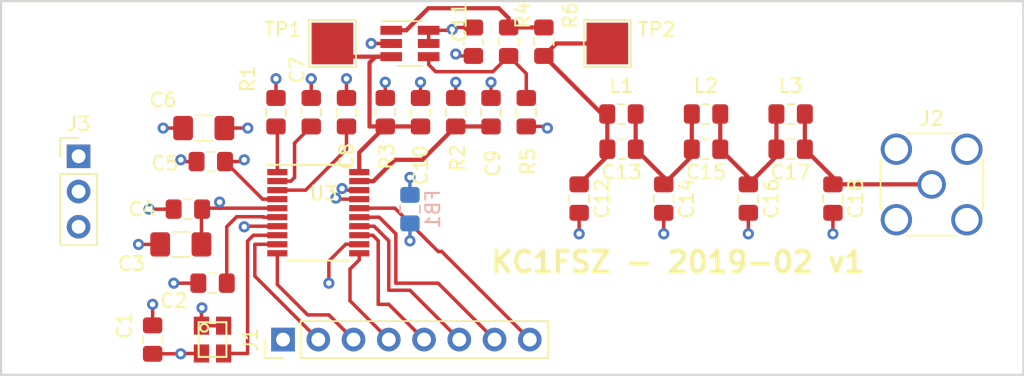
<source format=kicad_pcb>
(kicad_pcb (version 20171130) (host pcbnew "(5.0.1-3-g963ef8bb5)")

  (general
    (thickness 1.6)
    (drawings 5)
    (tracks 191)
    (zones 0)
    (modules 40)
    (nets 25)
  )

  (page USLetter)
  (title_block
    (title "KC1FSZ FM Exciter 3")
    (date 2019-02-23)
    (rev 1)
  )

  (layers
    (0 F.Cu signal)
    (1 In1.Cu power)
    (2 In2.Cu power)
    (31 B.Cu signal)
    (33 F.Adhes user)
    (35 F.Paste user)
    (36 B.SilkS user)
    (37 F.SilkS user)
    (38 B.Mask user)
    (39 F.Mask user)
    (40 Dwgs.User user)
    (41 Cmts.User user)
    (42 Eco1.User user)
    (43 Eco2.User user)
    (44 Edge.Cuts user)
    (45 Margin user)
    (46 B.CrtYd user)
    (47 F.CrtYd user)
    (48 B.Fab user)
    (49 F.Fab user)
  )

  (setup
    (last_trace_width 0.25)
    (trace_clearance 0.2)
    (zone_clearance 0.508)
    (zone_45_only no)
    (trace_min 0.2)
    (segment_width 0.2)
    (edge_width 0.15)
    (via_size 0.8)
    (via_drill 0.4)
    (via_min_size 0.4)
    (via_min_drill 0.3)
    (uvia_size 0.3)
    (uvia_drill 0.1)
    (uvias_allowed no)
    (uvia_min_size 0.2)
    (uvia_min_drill 0.1)
    (pcb_text_width 0.3)
    (pcb_text_size 1.5 1.5)
    (mod_edge_width 0.15)
    (mod_text_size 1 1)
    (mod_text_width 0.15)
    (pad_size 1.524 1.524)
    (pad_drill 0.762)
    (pad_to_mask_clearance 0.051)
    (solder_mask_min_width 0.25)
    (aux_axis_origin 0 0)
    (visible_elements FFFFFF7F)
    (pcbplotparams
      (layerselection 0x010fc_ffffffff)
      (usegerberextensions false)
      (usegerberattributes false)
      (usegerberadvancedattributes false)
      (creategerberjobfile false)
      (excludeedgelayer true)
      (linewidth 0.100000)
      (plotframeref false)
      (viasonmask false)
      (mode 1)
      (useauxorigin false)
      (hpglpennumber 1)
      (hpglpenspeed 20)
      (hpglpendiameter 15.000000)
      (psnegative false)
      (psa4output false)
      (plotreference true)
      (plotvalue true)
      (plotinvisibletext false)
      (padsonsilk false)
      (subtractmaskfromsilk false)
      (outputformat 1)
      (mirror false)
      (drillshape 1)
      (scaleselection 1)
      (outputdirectory ""))
  )

  (net 0 "")
  (net 1 GND)
  (net 2 +3V3)
  (net 3 "Net-(C2-Pad1)")
  (net 4 +3.3VA)
  (net 5 GNDA)
  (net 6 "Net-(C7-Pad1)")
  (net 7 "Net-(C8-Pad2)")
  (net 8 /IOUT)
  (net 9 /IOUTB)
  (net 10 "Net-(C12-Pad1)")
  (net 11 "Net-(C13-Pad1)")
  (net 12 "Net-(C15-Pad1)")
  (net 13 /OUT)
  (net 14 SIGNOUT)
  (net 15 "Net-(J1-Pad5)")
  (net 16 "Net-(J1-Pad6)")
  (net 17 "Net-(J1-Pad7)")
  (net 18 "Net-(R1-Pad1)")
  (net 19 /BUFFER_OUT)
  (net 20 "Net-(R4-Pad1)")
  (net 21 /MCLK)
  (net 22 /PSELECT)
  (net 23 /FSELECT)
  (net 24 "Net-(J1-Pad4)")

  (net_class Default "This is the default net class."
    (clearance 0.2)
    (trace_width 0.25)
    (via_dia 0.8)
    (via_drill 0.4)
    (uvia_dia 0.3)
    (uvia_drill 0.1)
    (add_net +3.3VA)
    (add_net +3V3)
    (add_net /FSELECT)
    (add_net /MCLK)
    (add_net /PSELECT)
    (add_net GND)
    (add_net GNDA)
    (add_net "Net-(C2-Pad1)")
    (add_net "Net-(C7-Pad1)")
    (add_net "Net-(C8-Pad2)")
    (add_net "Net-(J1-Pad4)")
    (add_net "Net-(J1-Pad5)")
    (add_net "Net-(J1-Pad6)")
    (add_net "Net-(J1-Pad7)")
    (add_net "Net-(R1-Pad1)")
    (add_net "Net-(R4-Pad1)")
    (add_net SIGNOUT)
  )

  (net_class VHF_TRACE ""
    (clearance 0.127)
    (trace_width 0.3048)
    (via_dia 0.6858)
    (via_drill 0.3302)
    (uvia_dia 0.3)
    (uvia_drill 0.1)
    (add_net /BUFFER_OUT)
    (add_net /IOUT)
    (add_net /IOUTB)
    (add_net /OUT)
    (add_net "Net-(C12-Pad1)")
    (add_net "Net-(C13-Pad1)")
    (add_net "Net-(C15-Pad1)")
  )

  (module Capacitor_SMD:C_0805_2012Metric_Pad1.15x1.40mm_HandSolder (layer F.Cu) (tedit 5C718382) (tstamp 5C8AC62B)
    (at 124.206 109.728 270)
    (descr "Capacitor SMD 0805 (2012 Metric), square (rectangular) end terminal, IPC_7351 nominal with elongated pad for handsoldering. (Body size source: https://docs.google.com/spreadsheets/d/1BsfQQcO9C6DZCsRaXUlFlo91Tg2WpOkGARC1WS5S8t0/edit?usp=sharing), generated with kicad-footprint-generator")
    (tags "capacitor handsolder")
    (path /5C7E1299)
    (attr smd)
    (fp_text reference C1 (at -1.016 2.032 270) (layer F.SilkS)
      (effects (font (size 1 1) (thickness 0.15)))
    )
    (fp_text value 100nF (at 0 1.65 270) (layer F.Fab) hide
      (effects (font (size 1 1) (thickness 0.15)))
    )
    (fp_text user %R (at 0 0 270) (layer F.Fab)
      (effects (font (size 0.5 0.5) (thickness 0.08)))
    )
    (fp_line (start 1.85 0.95) (end -1.85 0.95) (layer F.CrtYd) (width 0.05))
    (fp_line (start 1.85 -0.95) (end 1.85 0.95) (layer F.CrtYd) (width 0.05))
    (fp_line (start -1.85 -0.95) (end 1.85 -0.95) (layer F.CrtYd) (width 0.05))
    (fp_line (start -1.85 0.95) (end -1.85 -0.95) (layer F.CrtYd) (width 0.05))
    (fp_line (start -0.261252 0.71) (end 0.261252 0.71) (layer F.SilkS) (width 0.12))
    (fp_line (start -0.261252 -0.71) (end 0.261252 -0.71) (layer F.SilkS) (width 0.12))
    (fp_line (start 1 0.6) (end -1 0.6) (layer F.Fab) (width 0.1))
    (fp_line (start 1 -0.6) (end 1 0.6) (layer F.Fab) (width 0.1))
    (fp_line (start -1 -0.6) (end 1 -0.6) (layer F.Fab) (width 0.1))
    (fp_line (start -1 0.6) (end -1 -0.6) (layer F.Fab) (width 0.1))
    (pad 2 smd roundrect (at 1.025 0 270) (size 1.15 1.4) (layers F.Cu F.Paste F.Mask) (roundrect_rratio 0.217391)
      (net 1 GND))
    (pad 1 smd roundrect (at -1.025 0 270) (size 1.15 1.4) (layers F.Cu F.Paste F.Mask) (roundrect_rratio 0.217391)
      (net 2 +3V3))
    (model ${KISYS3DMOD}/Capacitor_SMD.3dshapes/C_0805_2012Metric.wrl
      (at (xyz 0 0 0))
      (scale (xyz 1 1 1))
      (rotate (xyz 0 0 0))
    )
  )

  (module Capacitor_SMD:C_0805_2012Metric_Pad1.15x1.40mm_HandSolder (layer F.Cu) (tedit 5C718342) (tstamp 5C8ADF4E)
    (at 128.524 105.664 180)
    (descr "Capacitor SMD 0805 (2012 Metric), square (rectangular) end terminal, IPC_7351 nominal with elongated pad for handsoldering. (Body size source: https://docs.google.com/spreadsheets/d/1BsfQQcO9C6DZCsRaXUlFlo91Tg2WpOkGARC1WS5S8t0/edit?usp=sharing), generated with kicad-footprint-generator")
    (tags "capacitor handsolder")
    (path /5C7BC8A6)
    (attr smd)
    (fp_text reference C2 (at 2.794 -1.27 180) (layer F.SilkS)
      (effects (font (size 1 1) (thickness 0.15)))
    )
    (fp_text value 100nF (at 0 1.65 180) (layer F.Fab) hide
      (effects (font (size 1 1) (thickness 0.15)))
    )
    (fp_line (start -1 0.6) (end -1 -0.6) (layer F.Fab) (width 0.1))
    (fp_line (start -1 -0.6) (end 1 -0.6) (layer F.Fab) (width 0.1))
    (fp_line (start 1 -0.6) (end 1 0.6) (layer F.Fab) (width 0.1))
    (fp_line (start 1 0.6) (end -1 0.6) (layer F.Fab) (width 0.1))
    (fp_line (start -0.261252 -0.71) (end 0.261252 -0.71) (layer F.SilkS) (width 0.12))
    (fp_line (start -0.261252 0.71) (end 0.261252 0.71) (layer F.SilkS) (width 0.12))
    (fp_line (start -1.85 0.95) (end -1.85 -0.95) (layer F.CrtYd) (width 0.05))
    (fp_line (start -1.85 -0.95) (end 1.85 -0.95) (layer F.CrtYd) (width 0.05))
    (fp_line (start 1.85 -0.95) (end 1.85 0.95) (layer F.CrtYd) (width 0.05))
    (fp_line (start 1.85 0.95) (end -1.85 0.95) (layer F.CrtYd) (width 0.05))
    (fp_text user %R (at 0 0 180) (layer F.Fab)
      (effects (font (size 0.5 0.5) (thickness 0.08)))
    )
    (pad 1 smd roundrect (at -1.025 0 180) (size 1.15 1.4) (layers F.Cu F.Paste F.Mask) (roundrect_rratio 0.217391)
      (net 3 "Net-(C2-Pad1)"))
    (pad 2 smd roundrect (at 1.025 0 180) (size 1.15 1.4) (layers F.Cu F.Paste F.Mask) (roundrect_rratio 0.217391)
      (net 1 GND))
    (model ${KISYS3DMOD}/Capacitor_SMD.3dshapes/C_0805_2012Metric.wrl
      (at (xyz 0 0 0))
      (scale (xyz 1 1 1))
      (rotate (xyz 0 0 0))
    )
  )

  (module Capacitor_SMD:C_1206_3216Metric_Pad1.42x1.75mm_HandSolder (layer F.Cu) (tedit 5C718326) (tstamp 5C8AC5FB)
    (at 126.238 102.87 180)
    (descr "Capacitor SMD 1206 (3216 Metric), square (rectangular) end terminal, IPC_7351 nominal with elongated pad for handsoldering. (Body size source: http://www.tortai-tech.com/upload/download/2011102023233369053.pdf), generated with kicad-footprint-generator")
    (tags "capacitor handsolder")
    (path /5C90C52E)
    (attr smd)
    (fp_text reference C3 (at 3.556 -1.397 180) (layer F.SilkS)
      (effects (font (size 1 1) (thickness 0.15)))
    )
    (fp_text value 10uF (at 0 1.82 180) (layer F.Fab) hide
      (effects (font (size 1 1) (thickness 0.15)))
    )
    (fp_line (start -1.6 0.8) (end -1.6 -0.8) (layer F.Fab) (width 0.1))
    (fp_line (start -1.6 -0.8) (end 1.6 -0.8) (layer F.Fab) (width 0.1))
    (fp_line (start 1.6 -0.8) (end 1.6 0.8) (layer F.Fab) (width 0.1))
    (fp_line (start 1.6 0.8) (end -1.6 0.8) (layer F.Fab) (width 0.1))
    (fp_line (start -0.602064 -0.91) (end 0.602064 -0.91) (layer F.SilkS) (width 0.12))
    (fp_line (start -0.602064 0.91) (end 0.602064 0.91) (layer F.SilkS) (width 0.12))
    (fp_line (start -2.45 1.12) (end -2.45 -1.12) (layer F.CrtYd) (width 0.05))
    (fp_line (start -2.45 -1.12) (end 2.45 -1.12) (layer F.CrtYd) (width 0.05))
    (fp_line (start 2.45 -1.12) (end 2.45 1.12) (layer F.CrtYd) (width 0.05))
    (fp_line (start 2.45 1.12) (end -2.45 1.12) (layer F.CrtYd) (width 0.05))
    (fp_text user %R (at 0 0 180) (layer F.Fab)
      (effects (font (size 0.8 0.8) (thickness 0.12)))
    )
    (pad 1 smd roundrect (at -1.4875 0 180) (size 1.425 1.75) (layers F.Cu F.Paste F.Mask) (roundrect_rratio 0.175439)
      (net 2 +3V3))
    (pad 2 smd roundrect (at 1.4875 0 180) (size 1.425 1.75) (layers F.Cu F.Paste F.Mask) (roundrect_rratio 0.175439)
      (net 1 GND))
    (model ${KISYS3DMOD}/Capacitor_SMD.3dshapes/C_1206_3216Metric.wrl
      (at (xyz 0 0 0))
      (scale (xyz 1 1 1))
      (rotate (xyz 0 0 0))
    )
  )

  (module Capacitor_SMD:C_0805_2012Metric_Pad1.15x1.40mm_HandSolder (layer F.Cu) (tedit 5C718319) (tstamp 5C8AC5CB)
    (at 126.746 100.33 180)
    (descr "Capacitor SMD 0805 (2012 Metric), square (rectangular) end terminal, IPC_7351 nominal with elongated pad for handsoldering. (Body size source: https://docs.google.com/spreadsheets/d/1BsfQQcO9C6DZCsRaXUlFlo91Tg2WpOkGARC1WS5S8t0/edit?usp=sharing), generated with kicad-footprint-generator")
    (tags "capacitor handsolder")
    (path /5C75A411)
    (attr smd)
    (fp_text reference C4 (at 3.302 0 180) (layer F.SilkS)
      (effects (font (size 1 1) (thickness 0.15)))
    )
    (fp_text value 100nF (at 0 1.65 180) (layer F.Fab) hide
      (effects (font (size 1 1) (thickness 0.15)))
    )
    (fp_text user %R (at 0 0 180) (layer F.Fab)
      (effects (font (size 0.5 0.5) (thickness 0.08)))
    )
    (fp_line (start 1.85 0.95) (end -1.85 0.95) (layer F.CrtYd) (width 0.05))
    (fp_line (start 1.85 -0.95) (end 1.85 0.95) (layer F.CrtYd) (width 0.05))
    (fp_line (start -1.85 -0.95) (end 1.85 -0.95) (layer F.CrtYd) (width 0.05))
    (fp_line (start -1.85 0.95) (end -1.85 -0.95) (layer F.CrtYd) (width 0.05))
    (fp_line (start -0.261252 0.71) (end 0.261252 0.71) (layer F.SilkS) (width 0.12))
    (fp_line (start -0.261252 -0.71) (end 0.261252 -0.71) (layer F.SilkS) (width 0.12))
    (fp_line (start 1 0.6) (end -1 0.6) (layer F.Fab) (width 0.1))
    (fp_line (start 1 -0.6) (end 1 0.6) (layer F.Fab) (width 0.1))
    (fp_line (start -1 -0.6) (end 1 -0.6) (layer F.Fab) (width 0.1))
    (fp_line (start -1 0.6) (end -1 -0.6) (layer F.Fab) (width 0.1))
    (pad 2 smd roundrect (at 1.025 0 180) (size 1.15 1.4) (layers F.Cu F.Paste F.Mask) (roundrect_rratio 0.217391)
      (net 1 GND))
    (pad 1 smd roundrect (at -1.025 0 180) (size 1.15 1.4) (layers F.Cu F.Paste F.Mask) (roundrect_rratio 0.217391)
      (net 2 +3V3))
    (model ${KISYS3DMOD}/Capacitor_SMD.3dshapes/C_0805_2012Metric.wrl
      (at (xyz 0 0 0))
      (scale (xyz 1 1 1))
      (rotate (xyz 0 0 0))
    )
  )

  (module Capacitor_SMD:C_0805_2012Metric_Pad1.15x1.40mm_HandSolder (layer F.Cu) (tedit 5C718320) (tstamp 5C8AC68B)
    (at 128.397 96.901 180)
    (descr "Capacitor SMD 0805 (2012 Metric), square (rectangular) end terminal, IPC_7351 nominal with elongated pad for handsoldering. (Body size source: https://docs.google.com/spreadsheets/d/1BsfQQcO9C6DZCsRaXUlFlo91Tg2WpOkGARC1WS5S8t0/edit?usp=sharing), generated with kicad-footprint-generator")
    (tags "capacitor handsolder")
    (path /5C75A1CB)
    (attr smd)
    (fp_text reference C5 (at 3.302 -0.127 180) (layer F.SilkS)
      (effects (font (size 1 1) (thickness 0.15)))
    )
    (fp_text value 100nF (at 0 1.65 180) (layer F.Fab) hide
      (effects (font (size 1 1) (thickness 0.15)))
    )
    (fp_line (start -1 0.6) (end -1 -0.6) (layer F.Fab) (width 0.1))
    (fp_line (start -1 -0.6) (end 1 -0.6) (layer F.Fab) (width 0.1))
    (fp_line (start 1 -0.6) (end 1 0.6) (layer F.Fab) (width 0.1))
    (fp_line (start 1 0.6) (end -1 0.6) (layer F.Fab) (width 0.1))
    (fp_line (start -0.261252 -0.71) (end 0.261252 -0.71) (layer F.SilkS) (width 0.12))
    (fp_line (start -0.261252 0.71) (end 0.261252 0.71) (layer F.SilkS) (width 0.12))
    (fp_line (start -1.85 0.95) (end -1.85 -0.95) (layer F.CrtYd) (width 0.05))
    (fp_line (start -1.85 -0.95) (end 1.85 -0.95) (layer F.CrtYd) (width 0.05))
    (fp_line (start 1.85 -0.95) (end 1.85 0.95) (layer F.CrtYd) (width 0.05))
    (fp_line (start 1.85 0.95) (end -1.85 0.95) (layer F.CrtYd) (width 0.05))
    (fp_text user %R (at 0 0 180) (layer F.Fab)
      (effects (font (size 0.5 0.5) (thickness 0.08)))
    )
    (pad 1 smd roundrect (at -1.025 0 180) (size 1.15 1.4) (layers F.Cu F.Paste F.Mask) (roundrect_rratio 0.217391)
      (net 4 +3.3VA))
    (pad 2 smd roundrect (at 1.025 0 180) (size 1.15 1.4) (layers F.Cu F.Paste F.Mask) (roundrect_rratio 0.217391)
      (net 5 GNDA))
    (model ${KISYS3DMOD}/Capacitor_SMD.3dshapes/C_0805_2012Metric.wrl
      (at (xyz 0 0 0))
      (scale (xyz 1 1 1))
      (rotate (xyz 0 0 0))
    )
  )

  (module Capacitor_SMD:C_1206_3216Metric_Pad1.42x1.75mm_HandSolder (layer F.Cu) (tedit 5C718280) (tstamp 5C8AC01C)
    (at 127.889 94.488 180)
    (descr "Capacitor SMD 1206 (3216 Metric), square (rectangular) end terminal, IPC_7351 nominal with elongated pad for handsoldering. (Body size source: http://www.tortai-tech.com/upload/download/2011102023233369053.pdf), generated with kicad-footprint-generator")
    (tags "capacitor handsolder")
    (path /5C945103)
    (attr smd)
    (fp_text reference C6 (at 2.921 2.032 180) (layer F.SilkS)
      (effects (font (size 1 1) (thickness 0.15)))
    )
    (fp_text value 10uF (at 0 1.82 180) (layer F.Fab) hide
      (effects (font (size 1 1) (thickness 0.15)))
    )
    (fp_text user %R (at 0 0 180) (layer F.Fab)
      (effects (font (size 0.8 0.8) (thickness 0.12)))
    )
    (fp_line (start 2.45 1.12) (end -2.45 1.12) (layer F.CrtYd) (width 0.05))
    (fp_line (start 2.45 -1.12) (end 2.45 1.12) (layer F.CrtYd) (width 0.05))
    (fp_line (start -2.45 -1.12) (end 2.45 -1.12) (layer F.CrtYd) (width 0.05))
    (fp_line (start -2.45 1.12) (end -2.45 -1.12) (layer F.CrtYd) (width 0.05))
    (fp_line (start -0.602064 0.91) (end 0.602064 0.91) (layer F.SilkS) (width 0.12))
    (fp_line (start -0.602064 -0.91) (end 0.602064 -0.91) (layer F.SilkS) (width 0.12))
    (fp_line (start 1.6 0.8) (end -1.6 0.8) (layer F.Fab) (width 0.1))
    (fp_line (start 1.6 -0.8) (end 1.6 0.8) (layer F.Fab) (width 0.1))
    (fp_line (start -1.6 -0.8) (end 1.6 -0.8) (layer F.Fab) (width 0.1))
    (fp_line (start -1.6 0.8) (end -1.6 -0.8) (layer F.Fab) (width 0.1))
    (pad 2 smd roundrect (at 1.4875 0 180) (size 1.425 1.75) (layers F.Cu F.Paste F.Mask) (roundrect_rratio 0.175439)
      (net 5 GNDA))
    (pad 1 smd roundrect (at -1.4875 0 180) (size 1.425 1.75) (layers F.Cu F.Paste F.Mask) (roundrect_rratio 0.175439)
      (net 4 +3.3VA))
    (model ${KISYS3DMOD}/Capacitor_SMD.3dshapes/C_1206_3216Metric.wrl
      (at (xyz 0 0 0))
      (scale (xyz 1 1 1))
      (rotate (xyz 0 0 0))
    )
  )

  (module Capacitor_SMD:C_0805_2012Metric_Pad1.15x1.40mm_HandSolder (layer F.Cu) (tedit 5C7182C0) (tstamp 5C8ABFEC)
    (at 135.636 93.345 90)
    (descr "Capacitor SMD 0805 (2012 Metric), square (rectangular) end terminal, IPC_7351 nominal with elongated pad for handsoldering. (Body size source: https://docs.google.com/spreadsheets/d/1BsfQQcO9C6DZCsRaXUlFlo91Tg2WpOkGARC1WS5S8t0/edit?usp=sharing), generated with kicad-footprint-generator")
    (tags "capacitor handsolder")
    (path /5C7C2637)
    (attr smd)
    (fp_text reference C7 (at 3.048 -1.016 90) (layer F.SilkS)
      (effects (font (size 1 1) (thickness 0.15)))
    )
    (fp_text value 10nF (at 0 1.65 90) (layer F.Fab) hide
      (effects (font (size 1 1) (thickness 0.15)))
    )
    (fp_text user %R (at 0 0 90) (layer F.Fab)
      (effects (font (size 0.5 0.5) (thickness 0.08)))
    )
    (fp_line (start 1.85 0.95) (end -1.85 0.95) (layer F.CrtYd) (width 0.05))
    (fp_line (start 1.85 -0.95) (end 1.85 0.95) (layer F.CrtYd) (width 0.05))
    (fp_line (start -1.85 -0.95) (end 1.85 -0.95) (layer F.CrtYd) (width 0.05))
    (fp_line (start -1.85 0.95) (end -1.85 -0.95) (layer F.CrtYd) (width 0.05))
    (fp_line (start -0.261252 0.71) (end 0.261252 0.71) (layer F.SilkS) (width 0.12))
    (fp_line (start -0.261252 -0.71) (end 0.261252 -0.71) (layer F.SilkS) (width 0.12))
    (fp_line (start 1 0.6) (end -1 0.6) (layer F.Fab) (width 0.1))
    (fp_line (start 1 -0.6) (end 1 0.6) (layer F.Fab) (width 0.1))
    (fp_line (start -1 -0.6) (end 1 -0.6) (layer F.Fab) (width 0.1))
    (fp_line (start -1 0.6) (end -1 -0.6) (layer F.Fab) (width 0.1))
    (pad 2 smd roundrect (at 1.025 0 90) (size 1.15 1.4) (layers F.Cu F.Paste F.Mask) (roundrect_rratio 0.217391)
      (net 5 GNDA))
    (pad 1 smd roundrect (at -1.025 0 90) (size 1.15 1.4) (layers F.Cu F.Paste F.Mask) (roundrect_rratio 0.217391)
      (net 6 "Net-(C7-Pad1)"))
    (model ${KISYS3DMOD}/Capacitor_SMD.3dshapes/C_0805_2012Metric.wrl
      (at (xyz 0 0 0))
      (scale (xyz 1 1 1))
      (rotate (xyz 0 0 0))
    )
  )

  (module Capacitor_SMD:C_0805_2012Metric_Pad1.15x1.40mm_HandSolder (layer F.Cu) (tedit 5C7182C6) (tstamp 5C8ABFBC)
    (at 138.176 93.345 270)
    (descr "Capacitor SMD 0805 (2012 Metric), square (rectangular) end terminal, IPC_7351 nominal with elongated pad for handsoldering. (Body size source: https://docs.google.com/spreadsheets/d/1BsfQQcO9C6DZCsRaXUlFlo91Tg2WpOkGARC1WS5S8t0/edit?usp=sharing), generated with kicad-footprint-generator")
    (tags "capacitor handsolder")
    (path /5C7CA2EE)
    (attr smd)
    (fp_text reference C8 (at 3.175 0 270) (layer F.SilkS)
      (effects (font (size 1 1) (thickness 0.15)))
    )
    (fp_text value 10nF (at 0 1.65 270) (layer F.Fab) hide
      (effects (font (size 1 1) (thickness 0.15)))
    )
    (fp_line (start -1 0.6) (end -1 -0.6) (layer F.Fab) (width 0.1))
    (fp_line (start -1 -0.6) (end 1 -0.6) (layer F.Fab) (width 0.1))
    (fp_line (start 1 -0.6) (end 1 0.6) (layer F.Fab) (width 0.1))
    (fp_line (start 1 0.6) (end -1 0.6) (layer F.Fab) (width 0.1))
    (fp_line (start -0.261252 -0.71) (end 0.261252 -0.71) (layer F.SilkS) (width 0.12))
    (fp_line (start -0.261252 0.71) (end 0.261252 0.71) (layer F.SilkS) (width 0.12))
    (fp_line (start -1.85 0.95) (end -1.85 -0.95) (layer F.CrtYd) (width 0.05))
    (fp_line (start -1.85 -0.95) (end 1.85 -0.95) (layer F.CrtYd) (width 0.05))
    (fp_line (start 1.85 -0.95) (end 1.85 0.95) (layer F.CrtYd) (width 0.05))
    (fp_line (start 1.85 0.95) (end -1.85 0.95) (layer F.CrtYd) (width 0.05))
    (fp_text user %R (at 0 0 270) (layer F.Fab)
      (effects (font (size 0.5 0.5) (thickness 0.08)))
    )
    (pad 1 smd roundrect (at -1.025 0 270) (size 1.15 1.4) (layers F.Cu F.Paste F.Mask) (roundrect_rratio 0.217391)
      (net 4 +3.3VA))
    (pad 2 smd roundrect (at 1.025 0 270) (size 1.15 1.4) (layers F.Cu F.Paste F.Mask) (roundrect_rratio 0.217391)
      (net 7 "Net-(C8-Pad2)"))
    (model ${KISYS3DMOD}/Capacitor_SMD.3dshapes/C_0805_2012Metric.wrl
      (at (xyz 0 0 0))
      (scale (xyz 1 1 1))
      (rotate (xyz 0 0 0))
    )
  )

  (module Capacitor_SMD:C_0805_2012Metric_Pad1.15x1.40mm_HandSolder (layer F.Cu) (tedit 5C7186B8) (tstamp 5C8AC65B)
    (at 148.59 93.345 90)
    (descr "Capacitor SMD 0805 (2012 Metric), square (rectangular) end terminal, IPC_7351 nominal with elongated pad for handsoldering. (Body size source: https://docs.google.com/spreadsheets/d/1BsfQQcO9C6DZCsRaXUlFlo91Tg2WpOkGARC1WS5S8t0/edit?usp=sharing), generated with kicad-footprint-generator")
    (tags "capacitor handsolder")
    (path /5C7C937A)
    (attr smd)
    (fp_text reference C9 (at -3.683 0.127 90) (layer F.SilkS)
      (effects (font (size 1 1) (thickness 0.15)))
    )
    (fp_text value 20pf (at 0 1.65 90) (layer F.Fab) hide
      (effects (font (size 1 1) (thickness 0.15)))
    )
    (fp_line (start -1 0.6) (end -1 -0.6) (layer F.Fab) (width 0.1))
    (fp_line (start -1 -0.6) (end 1 -0.6) (layer F.Fab) (width 0.1))
    (fp_line (start 1 -0.6) (end 1 0.6) (layer F.Fab) (width 0.1))
    (fp_line (start 1 0.6) (end -1 0.6) (layer F.Fab) (width 0.1))
    (fp_line (start -0.261252 -0.71) (end 0.261252 -0.71) (layer F.SilkS) (width 0.12))
    (fp_line (start -0.261252 0.71) (end 0.261252 0.71) (layer F.SilkS) (width 0.12))
    (fp_line (start -1.85 0.95) (end -1.85 -0.95) (layer F.CrtYd) (width 0.05))
    (fp_line (start -1.85 -0.95) (end 1.85 -0.95) (layer F.CrtYd) (width 0.05))
    (fp_line (start 1.85 -0.95) (end 1.85 0.95) (layer F.CrtYd) (width 0.05))
    (fp_line (start 1.85 0.95) (end -1.85 0.95) (layer F.CrtYd) (width 0.05))
    (fp_text user %R (at 0 0 90) (layer F.Fab)
      (effects (font (size 0.5 0.5) (thickness 0.08)))
    )
    (pad 1 smd roundrect (at -1.025 0 90) (size 1.15 1.4) (layers F.Cu F.Paste F.Mask) (roundrect_rratio 0.217391)
      (net 8 /IOUT))
    (pad 2 smd roundrect (at 1.025 0 90) (size 1.15 1.4) (layers F.Cu F.Paste F.Mask) (roundrect_rratio 0.217391)
      (net 5 GNDA))
    (model ${KISYS3DMOD}/Capacitor_SMD.3dshapes/C_0805_2012Metric.wrl
      (at (xyz 0 0 0))
      (scale (xyz 1 1 1))
      (rotate (xyz 0 0 0))
    )
  )

  (module Capacitor_SMD:C_0805_2012Metric_Pad1.15x1.40mm_HandSolder (layer F.Cu) (tedit 5C717F05) (tstamp 5C8AC56B)
    (at 143.51 93.345 90)
    (descr "Capacitor SMD 0805 (2012 Metric), square (rectangular) end terminal, IPC_7351 nominal with elongated pad for handsoldering. (Body size source: https://docs.google.com/spreadsheets/d/1BsfQQcO9C6DZCsRaXUlFlo91Tg2WpOkGARC1WS5S8t0/edit?usp=sharing), generated with kicad-footprint-generator")
    (tags "capacitor handsolder")
    (path /5C7C33F7)
    (attr smd)
    (fp_text reference C10 (at -3.81 0 90) (layer F.SilkS)
      (effects (font (size 1 1) (thickness 0.15)))
    )
    (fp_text value 20pf (at 0 1.65 90) (layer F.Fab) hide
      (effects (font (size 1 1) (thickness 0.15)))
    )
    (fp_text user %R (at 0 0 90) (layer F.Fab)
      (effects (font (size 0.5 0.5) (thickness 0.08)))
    )
    (fp_line (start 1.85 0.95) (end -1.85 0.95) (layer F.CrtYd) (width 0.05))
    (fp_line (start 1.85 -0.95) (end 1.85 0.95) (layer F.CrtYd) (width 0.05))
    (fp_line (start -1.85 -0.95) (end 1.85 -0.95) (layer F.CrtYd) (width 0.05))
    (fp_line (start -1.85 0.95) (end -1.85 -0.95) (layer F.CrtYd) (width 0.05))
    (fp_line (start -0.261252 0.71) (end 0.261252 0.71) (layer F.SilkS) (width 0.12))
    (fp_line (start -0.261252 -0.71) (end 0.261252 -0.71) (layer F.SilkS) (width 0.12))
    (fp_line (start 1 0.6) (end -1 0.6) (layer F.Fab) (width 0.1))
    (fp_line (start 1 -0.6) (end 1 0.6) (layer F.Fab) (width 0.1))
    (fp_line (start -1 -0.6) (end 1 -0.6) (layer F.Fab) (width 0.1))
    (fp_line (start -1 0.6) (end -1 -0.6) (layer F.Fab) (width 0.1))
    (pad 2 smd roundrect (at 1.025 0 90) (size 1.15 1.4) (layers F.Cu F.Paste F.Mask) (roundrect_rratio 0.217391)
      (net 5 GNDA))
    (pad 1 smd roundrect (at -1.025 0 90) (size 1.15 1.4) (layers F.Cu F.Paste F.Mask) (roundrect_rratio 0.217391)
      (net 9 /IOUTB))
    (model ${KISYS3DMOD}/Capacitor_SMD.3dshapes/C_0805_2012Metric.wrl
      (at (xyz 0 0 0))
      (scale (xyz 1 1 1))
      (rotate (xyz 0 0 0))
    )
  )

  (module Capacitor_SMD:C_0805_2012Metric_Pad1.15x1.40mm_HandSolder (layer F.Cu) (tedit 5C7186A1) (tstamp 5C8AC53B)
    (at 147.32 88.265 270)
    (descr "Capacitor SMD 0805 (2012 Metric), square (rectangular) end terminal, IPC_7351 nominal with elongated pad for handsoldering. (Body size source: https://docs.google.com/spreadsheets/d/1BsfQQcO9C6DZCsRaXUlFlo91Tg2WpOkGARC1WS5S8t0/edit?usp=sharing), generated with kicad-footprint-generator")
    (tags "capacitor handsolder")
    (path /5C78FFC1)
    (attr smd)
    (fp_text reference C11 (at -1.397 1.016 270) (layer F.SilkS)
      (effects (font (size 1 1) (thickness 0.15)))
    )
    (fp_text value 0.1uF (at 0 1.65 270) (layer F.Fab) hide
      (effects (font (size 1 1) (thickness 0.15)))
    )
    (fp_text user %R (at 0 0 270) (layer F.Fab)
      (effects (font (size 0.5 0.5) (thickness 0.08)))
    )
    (fp_line (start 1.85 0.95) (end -1.85 0.95) (layer F.CrtYd) (width 0.05))
    (fp_line (start 1.85 -0.95) (end 1.85 0.95) (layer F.CrtYd) (width 0.05))
    (fp_line (start -1.85 -0.95) (end 1.85 -0.95) (layer F.CrtYd) (width 0.05))
    (fp_line (start -1.85 0.95) (end -1.85 -0.95) (layer F.CrtYd) (width 0.05))
    (fp_line (start -0.261252 0.71) (end 0.261252 0.71) (layer F.SilkS) (width 0.12))
    (fp_line (start -0.261252 -0.71) (end 0.261252 -0.71) (layer F.SilkS) (width 0.12))
    (fp_line (start 1 0.6) (end -1 0.6) (layer F.Fab) (width 0.1))
    (fp_line (start 1 -0.6) (end 1 0.6) (layer F.Fab) (width 0.1))
    (fp_line (start -1 -0.6) (end 1 -0.6) (layer F.Fab) (width 0.1))
    (fp_line (start -1 0.6) (end -1 -0.6) (layer F.Fab) (width 0.1))
    (pad 2 smd roundrect (at 1.025 0 270) (size 1.15 1.4) (layers F.Cu F.Paste F.Mask) (roundrect_rratio 0.217391)
      (net 5 GNDA))
    (pad 1 smd roundrect (at -1.025 0 270) (size 1.15 1.4) (layers F.Cu F.Paste F.Mask) (roundrect_rratio 0.217391)
      (net 4 +3.3VA))
    (model ${KISYS3DMOD}/Capacitor_SMD.3dshapes/C_0805_2012Metric.wrl
      (at (xyz 0 0 0))
      (scale (xyz 1 1 1))
      (rotate (xyz 0 0 0))
    )
  )

  (module Capacitor_SMD:C_0805_2012Metric_Pad1.15x1.40mm_HandSolder (layer F.Cu) (tedit 5C7187EC) (tstamp 5C8AC59B)
    (at 154.94 99.568 270)
    (descr "Capacitor SMD 0805 (2012 Metric), square (rectangular) end terminal, IPC_7351 nominal with elongated pad for handsoldering. (Body size source: https://docs.google.com/spreadsheets/d/1BsfQQcO9C6DZCsRaXUlFlo91Tg2WpOkGARC1WS5S8t0/edit?usp=sharing), generated with kicad-footprint-generator")
    (tags "capacitor handsolder")
    (path /5C75F172)
    (attr smd)
    (fp_text reference C12 (at 0 -1.65 270) (layer F.SilkS)
      (effects (font (size 1 1) (thickness 0.15)))
    )
    (fp_text value C_Small (at 0 1.65 270) (layer F.Fab) hide
      (effects (font (size 1 1) (thickness 0.15)))
    )
    (fp_line (start -1 0.6) (end -1 -0.6) (layer F.Fab) (width 0.1))
    (fp_line (start -1 -0.6) (end 1 -0.6) (layer F.Fab) (width 0.1))
    (fp_line (start 1 -0.6) (end 1 0.6) (layer F.Fab) (width 0.1))
    (fp_line (start 1 0.6) (end -1 0.6) (layer F.Fab) (width 0.1))
    (fp_line (start -0.261252 -0.71) (end 0.261252 -0.71) (layer F.SilkS) (width 0.12))
    (fp_line (start -0.261252 0.71) (end 0.261252 0.71) (layer F.SilkS) (width 0.12))
    (fp_line (start -1.85 0.95) (end -1.85 -0.95) (layer F.CrtYd) (width 0.05))
    (fp_line (start -1.85 -0.95) (end 1.85 -0.95) (layer F.CrtYd) (width 0.05))
    (fp_line (start 1.85 -0.95) (end 1.85 0.95) (layer F.CrtYd) (width 0.05))
    (fp_line (start 1.85 0.95) (end -1.85 0.95) (layer F.CrtYd) (width 0.05))
    (fp_text user %R (at 0 0 270) (layer F.Fab)
      (effects (font (size 0.5 0.5) (thickness 0.08)))
    )
    (pad 1 smd roundrect (at -1.025 0 270) (size 1.15 1.4) (layers F.Cu F.Paste F.Mask) (roundrect_rratio 0.217391)
      (net 10 "Net-(C12-Pad1)"))
    (pad 2 smd roundrect (at 1.025 0 270) (size 1.15 1.4) (layers F.Cu F.Paste F.Mask) (roundrect_rratio 0.217391)
      (net 5 GNDA))
    (model ${KISYS3DMOD}/Capacitor_SMD.3dshapes/C_0805_2012Metric.wrl
      (at (xyz 0 0 0))
      (scale (xyz 1 1 1))
      (rotate (xyz 0 0 0))
    )
  )

  (module Capacitor_SMD:C_0805_2012Metric_Pad1.15x1.40mm_HandSolder (layer F.Cu) (tedit 5C7187C2) (tstamp 5C8AC50B)
    (at 157.997 96.012 180)
    (descr "Capacitor SMD 0805 (2012 Metric), square (rectangular) end terminal, IPC_7351 nominal with elongated pad for handsoldering. (Body size source: https://docs.google.com/spreadsheets/d/1BsfQQcO9C6DZCsRaXUlFlo91Tg2WpOkGARC1WS5S8t0/edit?usp=sharing), generated with kicad-footprint-generator")
    (tags "capacitor handsolder")
    (path /5C75FF90)
    (attr smd)
    (fp_text reference C13 (at 0 -1.65 180) (layer F.SilkS)
      (effects (font (size 1 1) (thickness 0.15)))
    )
    (fp_text value C_Small (at 0 1.65 180) (layer F.Fab) hide
      (effects (font (size 1 1) (thickness 0.15)))
    )
    (fp_line (start -1 0.6) (end -1 -0.6) (layer F.Fab) (width 0.1))
    (fp_line (start -1 -0.6) (end 1 -0.6) (layer F.Fab) (width 0.1))
    (fp_line (start 1 -0.6) (end 1 0.6) (layer F.Fab) (width 0.1))
    (fp_line (start 1 0.6) (end -1 0.6) (layer F.Fab) (width 0.1))
    (fp_line (start -0.261252 -0.71) (end 0.261252 -0.71) (layer F.SilkS) (width 0.12))
    (fp_line (start -0.261252 0.71) (end 0.261252 0.71) (layer F.SilkS) (width 0.12))
    (fp_line (start -1.85 0.95) (end -1.85 -0.95) (layer F.CrtYd) (width 0.05))
    (fp_line (start -1.85 -0.95) (end 1.85 -0.95) (layer F.CrtYd) (width 0.05))
    (fp_line (start 1.85 -0.95) (end 1.85 0.95) (layer F.CrtYd) (width 0.05))
    (fp_line (start 1.85 0.95) (end -1.85 0.95) (layer F.CrtYd) (width 0.05))
    (fp_text user %R (at 0 0 180) (layer F.Fab)
      (effects (font (size 0.5 0.5) (thickness 0.08)))
    )
    (pad 1 smd roundrect (at -1.025 0 180) (size 1.15 1.4) (layers F.Cu F.Paste F.Mask) (roundrect_rratio 0.217391)
      (net 11 "Net-(C13-Pad1)"))
    (pad 2 smd roundrect (at 1.025 0 180) (size 1.15 1.4) (layers F.Cu F.Paste F.Mask) (roundrect_rratio 0.217391)
      (net 10 "Net-(C12-Pad1)"))
    (model ${KISYS3DMOD}/Capacitor_SMD.3dshapes/C_0805_2012Metric.wrl
      (at (xyz 0 0 0))
      (scale (xyz 1 1 1))
      (rotate (xyz 0 0 0))
    )
  )

  (module Capacitor_SMD:C_0805_2012Metric_Pad1.15x1.40mm_HandSolder (layer F.Cu) (tedit 5C7187DC) (tstamp 5C8AC4DB)
    (at 161.036 99.568 270)
    (descr "Capacitor SMD 0805 (2012 Metric), square (rectangular) end terminal, IPC_7351 nominal with elongated pad for handsoldering. (Body size source: https://docs.google.com/spreadsheets/d/1BsfQQcO9C6DZCsRaXUlFlo91Tg2WpOkGARC1WS5S8t0/edit?usp=sharing), generated with kicad-footprint-generator")
    (tags "capacitor handsolder")
    (path /5C75F4C0)
    (attr smd)
    (fp_text reference C14 (at 0 -1.65 270) (layer F.SilkS)
      (effects (font (size 1 1) (thickness 0.15)))
    )
    (fp_text value C_Small (at 0 1.65 270) (layer F.Fab) hide
      (effects (font (size 1 1) (thickness 0.15)))
    )
    (fp_text user %R (at 0 0 270) (layer F.Fab)
      (effects (font (size 0.5 0.5) (thickness 0.08)))
    )
    (fp_line (start 1.85 0.95) (end -1.85 0.95) (layer F.CrtYd) (width 0.05))
    (fp_line (start 1.85 -0.95) (end 1.85 0.95) (layer F.CrtYd) (width 0.05))
    (fp_line (start -1.85 -0.95) (end 1.85 -0.95) (layer F.CrtYd) (width 0.05))
    (fp_line (start -1.85 0.95) (end -1.85 -0.95) (layer F.CrtYd) (width 0.05))
    (fp_line (start -0.261252 0.71) (end 0.261252 0.71) (layer F.SilkS) (width 0.12))
    (fp_line (start -0.261252 -0.71) (end 0.261252 -0.71) (layer F.SilkS) (width 0.12))
    (fp_line (start 1 0.6) (end -1 0.6) (layer F.Fab) (width 0.1))
    (fp_line (start 1 -0.6) (end 1 0.6) (layer F.Fab) (width 0.1))
    (fp_line (start -1 -0.6) (end 1 -0.6) (layer F.Fab) (width 0.1))
    (fp_line (start -1 0.6) (end -1 -0.6) (layer F.Fab) (width 0.1))
    (pad 2 smd roundrect (at 1.025 0 270) (size 1.15 1.4) (layers F.Cu F.Paste F.Mask) (roundrect_rratio 0.217391)
      (net 5 GNDA))
    (pad 1 smd roundrect (at -1.025 0 270) (size 1.15 1.4) (layers F.Cu F.Paste F.Mask) (roundrect_rratio 0.217391)
      (net 11 "Net-(C13-Pad1)"))
    (model ${KISYS3DMOD}/Capacitor_SMD.3dshapes/C_0805_2012Metric.wrl
      (at (xyz 0 0 0))
      (scale (xyz 1 1 1))
      (rotate (xyz 0 0 0))
    )
  )

  (module Capacitor_SMD:C_0805_2012Metric_Pad1.15x1.40mm_HandSolder (layer F.Cu) (tedit 5C7187D5) (tstamp 5C8ACF9B)
    (at 164.084 96.012 180)
    (descr "Capacitor SMD 0805 (2012 Metric), square (rectangular) end terminal, IPC_7351 nominal with elongated pad for handsoldering. (Body size source: https://docs.google.com/spreadsheets/d/1BsfQQcO9C6DZCsRaXUlFlo91Tg2WpOkGARC1WS5S8t0/edit?usp=sharing), generated with kicad-footprint-generator")
    (tags "capacitor handsolder")
    (path /5C7601F1)
    (attr smd)
    (fp_text reference C15 (at 0 -1.65 180) (layer F.SilkS)
      (effects (font (size 1 1) (thickness 0.15)))
    )
    (fp_text value C_Small (at 0 1.65 180) (layer F.Fab) hide
      (effects (font (size 1 1) (thickness 0.15)))
    )
    (fp_text user %R (at 0 0 180) (layer F.Fab)
      (effects (font (size 0.5 0.5) (thickness 0.08)))
    )
    (fp_line (start 1.85 0.95) (end -1.85 0.95) (layer F.CrtYd) (width 0.05))
    (fp_line (start 1.85 -0.95) (end 1.85 0.95) (layer F.CrtYd) (width 0.05))
    (fp_line (start -1.85 -0.95) (end 1.85 -0.95) (layer F.CrtYd) (width 0.05))
    (fp_line (start -1.85 0.95) (end -1.85 -0.95) (layer F.CrtYd) (width 0.05))
    (fp_line (start -0.261252 0.71) (end 0.261252 0.71) (layer F.SilkS) (width 0.12))
    (fp_line (start -0.261252 -0.71) (end 0.261252 -0.71) (layer F.SilkS) (width 0.12))
    (fp_line (start 1 0.6) (end -1 0.6) (layer F.Fab) (width 0.1))
    (fp_line (start 1 -0.6) (end 1 0.6) (layer F.Fab) (width 0.1))
    (fp_line (start -1 -0.6) (end 1 -0.6) (layer F.Fab) (width 0.1))
    (fp_line (start -1 0.6) (end -1 -0.6) (layer F.Fab) (width 0.1))
    (pad 2 smd roundrect (at 1.025 0 180) (size 1.15 1.4) (layers F.Cu F.Paste F.Mask) (roundrect_rratio 0.217391)
      (net 11 "Net-(C13-Pad1)"))
    (pad 1 smd roundrect (at -1.025 0 180) (size 1.15 1.4) (layers F.Cu F.Paste F.Mask) (roundrect_rratio 0.217391)
      (net 12 "Net-(C15-Pad1)"))
    (model ${KISYS3DMOD}/Capacitor_SMD.3dshapes/C_0805_2012Metric.wrl
      (at (xyz 0 0 0))
      (scale (xyz 1 1 1))
      (rotate (xyz 0 0 0))
    )
  )

  (module Capacitor_SMD:C_0805_2012Metric_Pad1.15x1.40mm_HandSolder (layer F.Cu) (tedit 5C7187E0) (tstamp 5C8AC47B)
    (at 167.132 99.568 270)
    (descr "Capacitor SMD 0805 (2012 Metric), square (rectangular) end terminal, IPC_7351 nominal with elongated pad for handsoldering. (Body size source: https://docs.google.com/spreadsheets/d/1BsfQQcO9C6DZCsRaXUlFlo91Tg2WpOkGARC1WS5S8t0/edit?usp=sharing), generated with kicad-footprint-generator")
    (tags "capacitor handsolder")
    (path /5C75FB98)
    (attr smd)
    (fp_text reference C16 (at 0 -1.65 270) (layer F.SilkS)
      (effects (font (size 1 1) (thickness 0.15)))
    )
    (fp_text value C_Small (at 0 1.65 270) (layer F.Fab) hide
      (effects (font (size 1 1) (thickness 0.15)))
    )
    (fp_line (start -1 0.6) (end -1 -0.6) (layer F.Fab) (width 0.1))
    (fp_line (start -1 -0.6) (end 1 -0.6) (layer F.Fab) (width 0.1))
    (fp_line (start 1 -0.6) (end 1 0.6) (layer F.Fab) (width 0.1))
    (fp_line (start 1 0.6) (end -1 0.6) (layer F.Fab) (width 0.1))
    (fp_line (start -0.261252 -0.71) (end 0.261252 -0.71) (layer F.SilkS) (width 0.12))
    (fp_line (start -0.261252 0.71) (end 0.261252 0.71) (layer F.SilkS) (width 0.12))
    (fp_line (start -1.85 0.95) (end -1.85 -0.95) (layer F.CrtYd) (width 0.05))
    (fp_line (start -1.85 -0.95) (end 1.85 -0.95) (layer F.CrtYd) (width 0.05))
    (fp_line (start 1.85 -0.95) (end 1.85 0.95) (layer F.CrtYd) (width 0.05))
    (fp_line (start 1.85 0.95) (end -1.85 0.95) (layer F.CrtYd) (width 0.05))
    (fp_text user %R (at 0 0 270) (layer F.Fab)
      (effects (font (size 0.5 0.5) (thickness 0.08)))
    )
    (pad 1 smd roundrect (at -1.025 0 270) (size 1.15 1.4) (layers F.Cu F.Paste F.Mask) (roundrect_rratio 0.217391)
      (net 12 "Net-(C15-Pad1)"))
    (pad 2 smd roundrect (at 1.025 0 270) (size 1.15 1.4) (layers F.Cu F.Paste F.Mask) (roundrect_rratio 0.217391)
      (net 5 GNDA))
    (model ${KISYS3DMOD}/Capacitor_SMD.3dshapes/C_0805_2012Metric.wrl
      (at (xyz 0 0 0))
      (scale (xyz 1 1 1))
      (rotate (xyz 0 0 0))
    )
  )

  (module Capacitor_SMD:C_0805_2012Metric_Pad1.15x1.40mm_HandSolder (layer F.Cu) (tedit 5C7187D9) (tstamp 5C8AC44B)
    (at 170.18 96.012 180)
    (descr "Capacitor SMD 0805 (2012 Metric), square (rectangular) end terminal, IPC_7351 nominal with elongated pad for handsoldering. (Body size source: https://docs.google.com/spreadsheets/d/1BsfQQcO9C6DZCsRaXUlFlo91Tg2WpOkGARC1WS5S8t0/edit?usp=sharing), generated with kicad-footprint-generator")
    (tags "capacitor handsolder")
    (path /5C760569)
    (attr smd)
    (fp_text reference C17 (at 0 -1.65 180) (layer F.SilkS)
      (effects (font (size 1 1) (thickness 0.15)))
    )
    (fp_text value C_Small (at 0 1.65 180) (layer F.Fab) hide
      (effects (font (size 1 1) (thickness 0.15)))
    )
    (fp_line (start -1 0.6) (end -1 -0.6) (layer F.Fab) (width 0.1))
    (fp_line (start -1 -0.6) (end 1 -0.6) (layer F.Fab) (width 0.1))
    (fp_line (start 1 -0.6) (end 1 0.6) (layer F.Fab) (width 0.1))
    (fp_line (start 1 0.6) (end -1 0.6) (layer F.Fab) (width 0.1))
    (fp_line (start -0.261252 -0.71) (end 0.261252 -0.71) (layer F.SilkS) (width 0.12))
    (fp_line (start -0.261252 0.71) (end 0.261252 0.71) (layer F.SilkS) (width 0.12))
    (fp_line (start -1.85 0.95) (end -1.85 -0.95) (layer F.CrtYd) (width 0.05))
    (fp_line (start -1.85 -0.95) (end 1.85 -0.95) (layer F.CrtYd) (width 0.05))
    (fp_line (start 1.85 -0.95) (end 1.85 0.95) (layer F.CrtYd) (width 0.05))
    (fp_line (start 1.85 0.95) (end -1.85 0.95) (layer F.CrtYd) (width 0.05))
    (fp_text user %R (at 0 0 180) (layer F.Fab)
      (effects (font (size 0.5 0.5) (thickness 0.08)))
    )
    (pad 1 smd roundrect (at -1.025 0 180) (size 1.15 1.4) (layers F.Cu F.Paste F.Mask) (roundrect_rratio 0.217391)
      (net 13 /OUT))
    (pad 2 smd roundrect (at 1.025 0 180) (size 1.15 1.4) (layers F.Cu F.Paste F.Mask) (roundrect_rratio 0.217391)
      (net 12 "Net-(C15-Pad1)"))
    (model ${KISYS3DMOD}/Capacitor_SMD.3dshapes/C_0805_2012Metric.wrl
      (at (xyz 0 0 0))
      (scale (xyz 1 1 1))
      (rotate (xyz 0 0 0))
    )
  )

  (module Capacitor_SMD:C_0805_2012Metric_Pad1.15x1.40mm_HandSolder (layer F.Cu) (tedit 5C7187E5) (tstamp 5C8AC41B)
    (at 173.228 99.568 270)
    (descr "Capacitor SMD 0805 (2012 Metric), square (rectangular) end terminal, IPC_7351 nominal with elongated pad for handsoldering. (Body size source: https://docs.google.com/spreadsheets/d/1BsfQQcO9C6DZCsRaXUlFlo91Tg2WpOkGARC1WS5S8t0/edit?usp=sharing), generated with kicad-footprint-generator")
    (tags "capacitor handsolder")
    (path /5C75FD30)
    (attr smd)
    (fp_text reference C18 (at 0 -1.65 270) (layer F.SilkS)
      (effects (font (size 1 1) (thickness 0.15)))
    )
    (fp_text value C_Small (at 0 1.65 270) (layer F.Fab) hide
      (effects (font (size 1 1) (thickness 0.15)))
    )
    (fp_text user %R (at 0 0 270) (layer F.Fab)
      (effects (font (size 0.5 0.5) (thickness 0.08)))
    )
    (fp_line (start 1.85 0.95) (end -1.85 0.95) (layer F.CrtYd) (width 0.05))
    (fp_line (start 1.85 -0.95) (end 1.85 0.95) (layer F.CrtYd) (width 0.05))
    (fp_line (start -1.85 -0.95) (end 1.85 -0.95) (layer F.CrtYd) (width 0.05))
    (fp_line (start -1.85 0.95) (end -1.85 -0.95) (layer F.CrtYd) (width 0.05))
    (fp_line (start -0.261252 0.71) (end 0.261252 0.71) (layer F.SilkS) (width 0.12))
    (fp_line (start -0.261252 -0.71) (end 0.261252 -0.71) (layer F.SilkS) (width 0.12))
    (fp_line (start 1 0.6) (end -1 0.6) (layer F.Fab) (width 0.1))
    (fp_line (start 1 -0.6) (end 1 0.6) (layer F.Fab) (width 0.1))
    (fp_line (start -1 -0.6) (end 1 -0.6) (layer F.Fab) (width 0.1))
    (fp_line (start -1 0.6) (end -1 -0.6) (layer F.Fab) (width 0.1))
    (pad 2 smd roundrect (at 1.025 0 270) (size 1.15 1.4) (layers F.Cu F.Paste F.Mask) (roundrect_rratio 0.217391)
      (net 5 GNDA))
    (pad 1 smd roundrect (at -1.025 0 270) (size 1.15 1.4) (layers F.Cu F.Paste F.Mask) (roundrect_rratio 0.217391)
      (net 13 /OUT))
    (model ${KISYS3DMOD}/Capacitor_SMD.3dshapes/C_0805_2012Metric.wrl
      (at (xyz 0 0 0))
      (scale (xyz 1 1 1))
      (rotate (xyz 0 0 0))
    )
  )

  (module Inductor_SMD:L_0805_2012Metric_Pad1.15x1.40mm_HandSolder (layer B.Cu) (tedit 5C71829B) (tstamp 5C8AE1FC)
    (at 142.748 100.33 90)
    (descr "Capacitor SMD 0805 (2012 Metric), square (rectangular) end terminal, IPC_7351 nominal with elongated pad for handsoldering. (Body size source: https://docs.google.com/spreadsheets/d/1BsfQQcO9C6DZCsRaXUlFlo91Tg2WpOkGARC1WS5S8t0/edit?usp=sharing), generated with kicad-footprint-generator")
    (tags "inductor handsolder")
    (path /5C797A42)
    (attr smd)
    (fp_text reference FB1 (at 0 1.65 90) (layer B.SilkS)
      (effects (font (size 1 1) (thickness 0.15)) (justify mirror))
    )
    (fp_text value Ferrite_Bead_Small (at 0 -1.65 90) (layer B.Fab) hide
      (effects (font (size 1 1) (thickness 0.15)) (justify mirror))
    )
    (fp_line (start -1 -0.6) (end -1 0.6) (layer B.Fab) (width 0.1))
    (fp_line (start -1 0.6) (end 1 0.6) (layer B.Fab) (width 0.1))
    (fp_line (start 1 0.6) (end 1 -0.6) (layer B.Fab) (width 0.1))
    (fp_line (start 1 -0.6) (end -1 -0.6) (layer B.Fab) (width 0.1))
    (fp_line (start -0.261252 0.71) (end 0.261252 0.71) (layer B.SilkS) (width 0.12))
    (fp_line (start -0.261252 -0.71) (end 0.261252 -0.71) (layer B.SilkS) (width 0.12))
    (fp_line (start -1.85 -0.95) (end -1.85 0.95) (layer B.CrtYd) (width 0.05))
    (fp_line (start -1.85 0.95) (end 1.85 0.95) (layer B.CrtYd) (width 0.05))
    (fp_line (start 1.85 0.95) (end 1.85 -0.95) (layer B.CrtYd) (width 0.05))
    (fp_line (start 1.85 -0.95) (end -1.85 -0.95) (layer B.CrtYd) (width 0.05))
    (fp_text user %R (at 0 0 90) (layer B.Fab)
      (effects (font (size 0.5 0.5) (thickness 0.08)) (justify mirror))
    )
    (pad 1 smd roundrect (at -1.025 0 90) (size 1.15 1.4) (layers B.Cu B.Paste B.Mask) (roundrect_rratio 0.217391)
      (net 1 GND))
    (pad 2 smd roundrect (at 1.025 0 90) (size 1.15 1.4) (layers B.Cu B.Paste B.Mask) (roundrect_rratio 0.217391)
      (net 5 GNDA))
    (model ${KISYS3DMOD}/Inductor_SMD.3dshapes/L_0805_2012Metric.wrl
      (at (xyz 0 0 0))
      (scale (xyz 1 1 1))
      (rotate (xyz 0 0 0))
    )
  )

  (module Connector_PinHeader_2.54mm:PinHeader_1x08_P2.54mm_Vertical (layer F.Cu) (tedit 5C718B00) (tstamp 5C8AC3A5)
    (at 133.604 109.728 90)
    (descr "Through hole straight pin header, 1x08, 2.54mm pitch, single row")
    (tags "Through hole pin header THT 1x08 2.54mm single row")
    (path /5C76CFF7)
    (fp_text reference J1 (at 0 -2.33 90) (layer F.SilkS)
      (effects (font (size 1 1) (thickness 0.15)))
    )
    (fp_text value Interface (at 0 20.11 90) (layer F.Fab) hide
      (effects (font (size 1 1) (thickness 0.15)))
    )
    (fp_line (start -0.635 -1.27) (end 1.27 -1.27) (layer F.Fab) (width 0.1))
    (fp_line (start 1.27 -1.27) (end 1.27 19.05) (layer F.Fab) (width 0.1))
    (fp_line (start 1.27 19.05) (end -1.27 19.05) (layer F.Fab) (width 0.1))
    (fp_line (start -1.27 19.05) (end -1.27 -0.635) (layer F.Fab) (width 0.1))
    (fp_line (start -1.27 -0.635) (end -0.635 -1.27) (layer F.Fab) (width 0.1))
    (fp_line (start -1.33 19.11) (end 1.33 19.11) (layer F.SilkS) (width 0.12))
    (fp_line (start -1.33 1.27) (end -1.33 19.11) (layer F.SilkS) (width 0.12))
    (fp_line (start 1.33 1.27) (end 1.33 19.11) (layer F.SilkS) (width 0.12))
    (fp_line (start -1.33 1.27) (end 1.33 1.27) (layer F.SilkS) (width 0.12))
    (fp_line (start -1.33 0) (end -1.33 -1.33) (layer F.SilkS) (width 0.12))
    (fp_line (start -1.33 -1.33) (end 0 -1.33) (layer F.SilkS) (width 0.12))
    (fp_line (start -1.8 -1.8) (end -1.8 19.55) (layer F.CrtYd) (width 0.05))
    (fp_line (start -1.8 19.55) (end 1.8 19.55) (layer F.CrtYd) (width 0.05))
    (fp_line (start 1.8 19.55) (end 1.8 -1.8) (layer F.CrtYd) (width 0.05))
    (fp_line (start 1.8 -1.8) (end -1.8 -1.8) (layer F.CrtYd) (width 0.05))
    (fp_text user %R (at 0 8.89 180) (layer F.Fab)
      (effects (font (size 1 1) (thickness 0.15)))
    )
    (pad 1 thru_hole rect (at 0 0 90) (size 1.7 1.7) (drill 1) (layers *.Cu *.Mask)
      (net 1 GND))
    (pad 2 thru_hole oval (at 0 2.54 90) (size 1.7 1.7) (drill 1) (layers *.Cu *.Mask)
      (net 23 /FSELECT))
    (pad 3 thru_hole oval (at 0 5.08 90) (size 1.7 1.7) (drill 1) (layers *.Cu *.Mask)
      (net 22 /PSELECT))
    (pad 4 thru_hole oval (at 0 7.62 90) (size 1.7 1.7) (drill 1) (layers *.Cu *.Mask)
      (net 24 "Net-(J1-Pad4)"))
    (pad 5 thru_hole oval (at 0 10.16 90) (size 1.7 1.7) (drill 1) (layers *.Cu *.Mask)
      (net 15 "Net-(J1-Pad5)"))
    (pad 6 thru_hole oval (at 0 12.7 90) (size 1.7 1.7) (drill 1) (layers *.Cu *.Mask)
      (net 16 "Net-(J1-Pad6)"))
    (pad 7 thru_hole oval (at 0 15.24 90) (size 1.7 1.7) (drill 1) (layers *.Cu *.Mask)
      (net 17 "Net-(J1-Pad7)"))
    (pad 8 thru_hole oval (at 0 17.78 90) (size 1.7 1.7) (drill 1) (layers *.Cu *.Mask)
      (net 14 SIGNOUT))
    (model ${KISYS3DMOD}/Connector_PinHeader_2.54mm.3dshapes/PinHeader_1x08_P2.54mm_Vertical.wrl
      (at (xyz 0 0 0))
      (scale (xyz 1 1 1))
      (rotate (xyz 0 0 0))
    )
  )

  (module Connector_Coaxial:SMA_Amphenol_132134_Vertical (layer F.Cu) (tedit 5C718A2D) (tstamp 5C8AC35E)
    (at 180.34 98.552)
    (descr https://www.amphenolrf.com/downloads/dl/file/id/2187/product/2843/132134_customer_drawing.pdf)
    (tags "SMA THT Female Jack Vertical ExtendedLegs")
    (path /5C70FA36)
    (fp_text reference J2 (at 0 -4.75) (layer F.SilkS)
      (effects (font (size 1 1) (thickness 0.15)))
    )
    (fp_text value RF_OUT (at 0 5) (layer F.Fab) hide
      (effects (font (size 1 1) (thickness 0.15)))
    )
    (fp_circle (center 0 0) (end 3.175 0) (layer F.Fab) (width 0.1))
    (fp_line (start 4.17 4.17) (end -4.17 4.17) (layer F.CrtYd) (width 0.05))
    (fp_line (start 4.17 4.17) (end 4.17 -4.17) (layer F.CrtYd) (width 0.05))
    (fp_line (start -4.17 -4.17) (end -4.17 4.17) (layer F.CrtYd) (width 0.05))
    (fp_line (start -4.17 -4.17) (end 4.17 -4.17) (layer F.CrtYd) (width 0.05))
    (fp_line (start -3.5 -3.5) (end 3.5 -3.5) (layer F.Fab) (width 0.1))
    (fp_line (start -3.5 -3.5) (end -3.5 3.5) (layer F.Fab) (width 0.1))
    (fp_line (start -3.5 3.5) (end 3.5 3.5) (layer F.Fab) (width 0.1))
    (fp_line (start 3.5 -3.5) (end 3.5 3.5) (layer F.Fab) (width 0.1))
    (fp_line (start -3.68 -1.8) (end -3.68 1.8) (layer F.SilkS) (width 0.12))
    (fp_line (start 3.68 -1.8) (end 3.68 1.8) (layer F.SilkS) (width 0.12))
    (fp_line (start -1.8 3.68) (end 1.8 3.68) (layer F.SilkS) (width 0.12))
    (fp_line (start -1.8 -3.68) (end 1.8 -3.68) (layer F.SilkS) (width 0.12))
    (fp_text user %R (at 0 0) (layer F.Fab)
      (effects (font (size 1 1) (thickness 0.15)))
    )
    (pad 1 thru_hole circle (at 0 0) (size 2.05 2.05) (drill 1.5) (layers *.Cu *.Mask)
      (net 13 /OUT))
    (pad 2 thru_hole circle (at 2.54 2.54) (size 2.25 2.25) (drill 1.7) (layers *.Cu *.Mask)
      (net 5 GNDA))
    (pad 2 thru_hole circle (at 2.54 -2.54) (size 2.25 2.25) (drill 1.7) (layers *.Cu *.Mask)
      (net 5 GNDA))
    (pad 2 thru_hole circle (at -2.54 -2.54) (size 2.25 2.25) (drill 1.7) (layers *.Cu *.Mask)
      (net 5 GNDA))
    (pad 2 thru_hole circle (at -2.54 2.54) (size 2.25 2.25) (drill 1.7) (layers *.Cu *.Mask)
      (net 5 GNDA))
    (model ${KISYS3DMOD}/Connector_Coaxial.3dshapes/SMA_Amphenol_132134_Vertical.wrl
      (at (xyz 0 0 0))
      (scale (xyz 1 1 1))
      (rotate (xyz 0 0 0))
    )
  )

  (module Connector_PinHeader_2.54mm:PinHeader_1x03_P2.54mm_Vertical (layer F.Cu) (tedit 5C718ABB) (tstamp 5C8AC31C)
    (at 118.872 96.52)
    (descr "Through hole straight pin header, 1x03, 2.54mm pitch, single row")
    (tags "Through hole pin header THT 1x03 2.54mm single row")
    (path /5C77E297)
    (fp_text reference J3 (at 0 -2.33) (layer F.SilkS)
      (effects (font (size 1 1) (thickness 0.15)))
    )
    (fp_text value Power (at 0 7.41) (layer F.Fab) hide
      (effects (font (size 1 1) (thickness 0.15)))
    )
    (fp_line (start -0.635 -1.27) (end 1.27 -1.27) (layer F.Fab) (width 0.1))
    (fp_line (start 1.27 -1.27) (end 1.27 6.35) (layer F.Fab) (width 0.1))
    (fp_line (start 1.27 6.35) (end -1.27 6.35) (layer F.Fab) (width 0.1))
    (fp_line (start -1.27 6.35) (end -1.27 -0.635) (layer F.Fab) (width 0.1))
    (fp_line (start -1.27 -0.635) (end -0.635 -1.27) (layer F.Fab) (width 0.1))
    (fp_line (start -1.33 6.41) (end 1.33 6.41) (layer F.SilkS) (width 0.12))
    (fp_line (start -1.33 1.27) (end -1.33 6.41) (layer F.SilkS) (width 0.12))
    (fp_line (start 1.33 1.27) (end 1.33 6.41) (layer F.SilkS) (width 0.12))
    (fp_line (start -1.33 1.27) (end 1.33 1.27) (layer F.SilkS) (width 0.12))
    (fp_line (start -1.33 0) (end -1.33 -1.33) (layer F.SilkS) (width 0.12))
    (fp_line (start -1.33 -1.33) (end 0 -1.33) (layer F.SilkS) (width 0.12))
    (fp_line (start -1.8 -1.8) (end -1.8 6.85) (layer F.CrtYd) (width 0.05))
    (fp_line (start -1.8 6.85) (end 1.8 6.85) (layer F.CrtYd) (width 0.05))
    (fp_line (start 1.8 6.85) (end 1.8 -1.8) (layer F.CrtYd) (width 0.05))
    (fp_line (start 1.8 -1.8) (end -1.8 -1.8) (layer F.CrtYd) (width 0.05))
    (fp_text user %R (at 0 2.54 90) (layer F.Fab)
      (effects (font (size 1 1) (thickness 0.15)))
    )
    (pad 1 thru_hole rect (at 0 0) (size 1.7 1.7) (drill 1) (layers *.Cu *.Mask)
      (net 5 GNDA))
    (pad 2 thru_hole oval (at 0 2.54) (size 1.7 1.7) (drill 1) (layers *.Cu *.Mask)
      (net 4 +3.3VA))
    (pad 3 thru_hole oval (at 0 5.08) (size 1.7 1.7) (drill 1) (layers *.Cu *.Mask)
      (net 2 +3V3))
    (model ${KISYS3DMOD}/Connector_PinHeader_2.54mm.3dshapes/PinHeader_1x03_P2.54mm_Vertical.wrl
      (at (xyz 0 0 0))
      (scale (xyz 1 1 1))
      (rotate (xyz 0 0 0))
    )
  )

  (module Inductor_SMD:L_0805_2012Metric_Pad1.15x1.40mm_HandSolder (layer F.Cu) (tedit 5C7187BE) (tstamp 5C8AC2E6)
    (at 157.988 93.472 180)
    (descr "Capacitor SMD 0805 (2012 Metric), square (rectangular) end terminal, IPC_7351 nominal with elongated pad for handsoldering. (Body size source: https://docs.google.com/spreadsheets/d/1BsfQQcO9C6DZCsRaXUlFlo91Tg2WpOkGARC1WS5S8t0/edit?usp=sharing), generated with kicad-footprint-generator")
    (tags "inductor handsolder")
    (path /5C760AE8)
    (attr smd)
    (fp_text reference L1 (at 0 2.032 180) (layer F.SilkS)
      (effects (font (size 1 1) (thickness 0.15)))
    )
    (fp_text value L_Small (at 0 1.65 180) (layer F.Fab) hide
      (effects (font (size 1 1) (thickness 0.15)))
    )
    (fp_text user %R (at 0 0 180) (layer F.Fab)
      (effects (font (size 0.5 0.5) (thickness 0.08)))
    )
    (fp_line (start 1.85 0.95) (end -1.85 0.95) (layer F.CrtYd) (width 0.05))
    (fp_line (start 1.85 -0.95) (end 1.85 0.95) (layer F.CrtYd) (width 0.05))
    (fp_line (start -1.85 -0.95) (end 1.85 -0.95) (layer F.CrtYd) (width 0.05))
    (fp_line (start -1.85 0.95) (end -1.85 -0.95) (layer F.CrtYd) (width 0.05))
    (fp_line (start -0.261252 0.71) (end 0.261252 0.71) (layer F.SilkS) (width 0.12))
    (fp_line (start -0.261252 -0.71) (end 0.261252 -0.71) (layer F.SilkS) (width 0.12))
    (fp_line (start 1 0.6) (end -1 0.6) (layer F.Fab) (width 0.1))
    (fp_line (start 1 -0.6) (end 1 0.6) (layer F.Fab) (width 0.1))
    (fp_line (start -1 -0.6) (end 1 -0.6) (layer F.Fab) (width 0.1))
    (fp_line (start -1 0.6) (end -1 -0.6) (layer F.Fab) (width 0.1))
    (pad 2 smd roundrect (at 1.025 0 180) (size 1.15 1.4) (layers F.Cu F.Paste F.Mask) (roundrect_rratio 0.217391)
      (net 10 "Net-(C12-Pad1)"))
    (pad 1 smd roundrect (at -1.025 0 180) (size 1.15 1.4) (layers F.Cu F.Paste F.Mask) (roundrect_rratio 0.217391)
      (net 11 "Net-(C13-Pad1)"))
    (model ${KISYS3DMOD}/Inductor_SMD.3dshapes/L_0805_2012Metric.wrl
      (at (xyz 0 0 0))
      (scale (xyz 1 1 1))
      (rotate (xyz 0 0 0))
    )
  )

  (module Inductor_SMD:L_0805_2012Metric_Pad1.15x1.40mm_HandSolder (layer F.Cu) (tedit 5C7187CE) (tstamp 5C8AC2B6)
    (at 164.084 93.472 180)
    (descr "Capacitor SMD 0805 (2012 Metric), square (rectangular) end terminal, IPC_7351 nominal with elongated pad for handsoldering. (Body size source: https://docs.google.com/spreadsheets/d/1BsfQQcO9C6DZCsRaXUlFlo91Tg2WpOkGARC1WS5S8t0/edit?usp=sharing), generated with kicad-footprint-generator")
    (tags "inductor handsolder")
    (path /5C760D4F)
    (attr smd)
    (fp_text reference L2 (at 0 2.032 180) (layer F.SilkS)
      (effects (font (size 1 1) (thickness 0.15)))
    )
    (fp_text value L_Small (at 0 1.65 180) (layer F.Fab) hide
      (effects (font (size 1 1) (thickness 0.15)))
    )
    (fp_line (start -1 0.6) (end -1 -0.6) (layer F.Fab) (width 0.1))
    (fp_line (start -1 -0.6) (end 1 -0.6) (layer F.Fab) (width 0.1))
    (fp_line (start 1 -0.6) (end 1 0.6) (layer F.Fab) (width 0.1))
    (fp_line (start 1 0.6) (end -1 0.6) (layer F.Fab) (width 0.1))
    (fp_line (start -0.261252 -0.71) (end 0.261252 -0.71) (layer F.SilkS) (width 0.12))
    (fp_line (start -0.261252 0.71) (end 0.261252 0.71) (layer F.SilkS) (width 0.12))
    (fp_line (start -1.85 0.95) (end -1.85 -0.95) (layer F.CrtYd) (width 0.05))
    (fp_line (start -1.85 -0.95) (end 1.85 -0.95) (layer F.CrtYd) (width 0.05))
    (fp_line (start 1.85 -0.95) (end 1.85 0.95) (layer F.CrtYd) (width 0.05))
    (fp_line (start 1.85 0.95) (end -1.85 0.95) (layer F.CrtYd) (width 0.05))
    (fp_text user %R (at 0 0 180) (layer F.Fab)
      (effects (font (size 0.5 0.5) (thickness 0.08)))
    )
    (pad 1 smd roundrect (at -1.025 0 180) (size 1.15 1.4) (layers F.Cu F.Paste F.Mask) (roundrect_rratio 0.217391)
      (net 12 "Net-(C15-Pad1)"))
    (pad 2 smd roundrect (at 1.025 0 180) (size 1.15 1.4) (layers F.Cu F.Paste F.Mask) (roundrect_rratio 0.217391)
      (net 11 "Net-(C13-Pad1)"))
    (model ${KISYS3DMOD}/Inductor_SMD.3dshapes/L_0805_2012Metric.wrl
      (at (xyz 0 0 0))
      (scale (xyz 1 1 1))
      (rotate (xyz 0 0 0))
    )
  )

  (module Inductor_SMD:L_0805_2012Metric_Pad1.15x1.40mm_HandSolder (layer F.Cu) (tedit 5C7187D2) (tstamp 5C8AC286)
    (at 170.18 93.472 180)
    (descr "Capacitor SMD 0805 (2012 Metric), square (rectangular) end terminal, IPC_7351 nominal with elongated pad for handsoldering. (Body size source: https://docs.google.com/spreadsheets/d/1BsfQQcO9C6DZCsRaXUlFlo91Tg2WpOkGARC1WS5S8t0/edit?usp=sharing), generated with kicad-footprint-generator")
    (tags "inductor handsolder")
    (path /5C761081)
    (attr smd)
    (fp_text reference L3 (at 0 2.032 180) (layer F.SilkS)
      (effects (font (size 1 1) (thickness 0.15)))
    )
    (fp_text value L_Small (at 0 1.65 180) (layer F.Fab) hide
      (effects (font (size 1 1) (thickness 0.15)))
    )
    (fp_text user %R (at 0 0 180) (layer F.Fab)
      (effects (font (size 0.5 0.5) (thickness 0.08)))
    )
    (fp_line (start 1.85 0.95) (end -1.85 0.95) (layer F.CrtYd) (width 0.05))
    (fp_line (start 1.85 -0.95) (end 1.85 0.95) (layer F.CrtYd) (width 0.05))
    (fp_line (start -1.85 -0.95) (end 1.85 -0.95) (layer F.CrtYd) (width 0.05))
    (fp_line (start -1.85 0.95) (end -1.85 -0.95) (layer F.CrtYd) (width 0.05))
    (fp_line (start -0.261252 0.71) (end 0.261252 0.71) (layer F.SilkS) (width 0.12))
    (fp_line (start -0.261252 -0.71) (end 0.261252 -0.71) (layer F.SilkS) (width 0.12))
    (fp_line (start 1 0.6) (end -1 0.6) (layer F.Fab) (width 0.1))
    (fp_line (start 1 -0.6) (end 1 0.6) (layer F.Fab) (width 0.1))
    (fp_line (start -1 -0.6) (end 1 -0.6) (layer F.Fab) (width 0.1))
    (fp_line (start -1 0.6) (end -1 -0.6) (layer F.Fab) (width 0.1))
    (pad 2 smd roundrect (at 1.025 0 180) (size 1.15 1.4) (layers F.Cu F.Paste F.Mask) (roundrect_rratio 0.217391)
      (net 12 "Net-(C15-Pad1)"))
    (pad 1 smd roundrect (at -1.025 0 180) (size 1.15 1.4) (layers F.Cu F.Paste F.Mask) (roundrect_rratio 0.217391)
      (net 13 /OUT))
    (model ${KISYS3DMOD}/Inductor_SMD.3dshapes/L_0805_2012Metric.wrl
      (at (xyz 0 0 0))
      (scale (xyz 1 1 1))
      (rotate (xyz 0 0 0))
    )
  )

  (module Resistor_SMD:R_0805_2012Metric_Pad1.15x1.40mm_HandSolder (layer F.Cu) (tedit 5C718286) (tstamp 5C8AC256)
    (at 133.096 93.345 90)
    (descr "Resistor SMD 0805 (2012 Metric), square (rectangular) end terminal, IPC_7351 nominal with elongated pad for handsoldering. (Body size source: https://docs.google.com/spreadsheets/d/1BsfQQcO9C6DZCsRaXUlFlo91Tg2WpOkGARC1WS5S8t0/edit?usp=sharing), generated with kicad-footprint-generator")
    (tags "resistor handsolder")
    (path /5C747B1C)
    (attr smd)
    (fp_text reference R1 (at 2.413 -2.032 90) (layer F.SilkS)
      (effects (font (size 1 1) (thickness 0.15)))
    )
    (fp_text value 6.8K (at 0 1.65 90) (layer F.Fab) hide
      (effects (font (size 1 1) (thickness 0.15)))
    )
    (fp_line (start -1 0.6) (end -1 -0.6) (layer F.Fab) (width 0.1))
    (fp_line (start -1 -0.6) (end 1 -0.6) (layer F.Fab) (width 0.1))
    (fp_line (start 1 -0.6) (end 1 0.6) (layer F.Fab) (width 0.1))
    (fp_line (start 1 0.6) (end -1 0.6) (layer F.Fab) (width 0.1))
    (fp_line (start -0.261252 -0.71) (end 0.261252 -0.71) (layer F.SilkS) (width 0.12))
    (fp_line (start -0.261252 0.71) (end 0.261252 0.71) (layer F.SilkS) (width 0.12))
    (fp_line (start -1.85 0.95) (end -1.85 -0.95) (layer F.CrtYd) (width 0.05))
    (fp_line (start -1.85 -0.95) (end 1.85 -0.95) (layer F.CrtYd) (width 0.05))
    (fp_line (start 1.85 -0.95) (end 1.85 0.95) (layer F.CrtYd) (width 0.05))
    (fp_line (start 1.85 0.95) (end -1.85 0.95) (layer F.CrtYd) (width 0.05))
    (fp_text user %R (at 0 0 90) (layer F.Fab)
      (effects (font (size 0.5 0.5) (thickness 0.08)))
    )
    (pad 1 smd roundrect (at -1.025 0 90) (size 1.15 1.4) (layers F.Cu F.Paste F.Mask) (roundrect_rratio 0.217391)
      (net 18 "Net-(R1-Pad1)"))
    (pad 2 smd roundrect (at 1.025 0 90) (size 1.15 1.4) (layers F.Cu F.Paste F.Mask) (roundrect_rratio 0.217391)
      (net 5 GNDA))
    (model ${KISYS3DMOD}/Resistor_SMD.3dshapes/R_0805_2012Metric.wrl
      (at (xyz 0 0 0))
      (scale (xyz 1 1 1))
      (rotate (xyz 0 0 0))
    )
  )

  (module Resistor_SMD:R_0805_2012Metric_Pad1.15x1.40mm_HandSolder (layer F.Cu) (tedit 5C7186B4) (tstamp 5C8AC226)
    (at 146.05 93.345 90)
    (descr "Resistor SMD 0805 (2012 Metric), square (rectangular) end terminal, IPC_7351 nominal with elongated pad for handsoldering. (Body size source: https://docs.google.com/spreadsheets/d/1BsfQQcO9C6DZCsRaXUlFlo91Tg2WpOkGARC1WS5S8t0/edit?usp=sharing), generated with kicad-footprint-generator")
    (tags "resistor handsolder")
    (path /5C711493)
    (attr smd)
    (fp_text reference R2 (at -3.302 0.127 90) (layer F.SilkS)
      (effects (font (size 1 1) (thickness 0.15)))
    )
    (fp_text value 200R (at 0 1.65 90) (layer F.Fab) hide
      (effects (font (size 1 1) (thickness 0.15)))
    )
    (fp_line (start -1 0.6) (end -1 -0.6) (layer F.Fab) (width 0.1))
    (fp_line (start -1 -0.6) (end 1 -0.6) (layer F.Fab) (width 0.1))
    (fp_line (start 1 -0.6) (end 1 0.6) (layer F.Fab) (width 0.1))
    (fp_line (start 1 0.6) (end -1 0.6) (layer F.Fab) (width 0.1))
    (fp_line (start -0.261252 -0.71) (end 0.261252 -0.71) (layer F.SilkS) (width 0.12))
    (fp_line (start -0.261252 0.71) (end 0.261252 0.71) (layer F.SilkS) (width 0.12))
    (fp_line (start -1.85 0.95) (end -1.85 -0.95) (layer F.CrtYd) (width 0.05))
    (fp_line (start -1.85 -0.95) (end 1.85 -0.95) (layer F.CrtYd) (width 0.05))
    (fp_line (start 1.85 -0.95) (end 1.85 0.95) (layer F.CrtYd) (width 0.05))
    (fp_line (start 1.85 0.95) (end -1.85 0.95) (layer F.CrtYd) (width 0.05))
    (fp_text user %R (at 0 0 90) (layer F.Fab)
      (effects (font (size 0.5 0.5) (thickness 0.08)))
    )
    (pad 1 smd roundrect (at -1.025 0 90) (size 1.15 1.4) (layers F.Cu F.Paste F.Mask) (roundrect_rratio 0.217391)
      (net 8 /IOUT))
    (pad 2 smd roundrect (at 1.025 0 90) (size 1.15 1.4) (layers F.Cu F.Paste F.Mask) (roundrect_rratio 0.217391)
      (net 5 GNDA))
    (model ${KISYS3DMOD}/Resistor_SMD.3dshapes/R_0805_2012Metric.wrl
      (at (xyz 0 0 0))
      (scale (xyz 1 1 1))
      (rotate (xyz 0 0 0))
    )
  )

  (module Resistor_SMD:R_0805_2012Metric_Pad1.15x1.40mm_HandSolder (layer F.Cu) (tedit 5C717F0A) (tstamp 5C8AC1F6)
    (at 140.97 93.345 90)
    (descr "Resistor SMD 0805 (2012 Metric), square (rectangular) end terminal, IPC_7351 nominal with elongated pad for handsoldering. (Body size source: https://docs.google.com/spreadsheets/d/1BsfQQcO9C6DZCsRaXUlFlo91Tg2WpOkGARC1WS5S8t0/edit?usp=sharing), generated with kicad-footprint-generator")
    (tags "resistor handsolder")
    (path /5C736536)
    (attr smd)
    (fp_text reference R3 (at -3.175 0.127 90) (layer F.SilkS)
      (effects (font (size 1 1) (thickness 0.15)))
    )
    (fp_text value 200R (at 0 1.65 90) (layer F.Fab) hide
      (effects (font (size 1 1) (thickness 0.15)))
    )
    (fp_text user %R (at 0 0 90) (layer F.Fab)
      (effects (font (size 0.5 0.5) (thickness 0.08)))
    )
    (fp_line (start 1.85 0.95) (end -1.85 0.95) (layer F.CrtYd) (width 0.05))
    (fp_line (start 1.85 -0.95) (end 1.85 0.95) (layer F.CrtYd) (width 0.05))
    (fp_line (start -1.85 -0.95) (end 1.85 -0.95) (layer F.CrtYd) (width 0.05))
    (fp_line (start -1.85 0.95) (end -1.85 -0.95) (layer F.CrtYd) (width 0.05))
    (fp_line (start -0.261252 0.71) (end 0.261252 0.71) (layer F.SilkS) (width 0.12))
    (fp_line (start -0.261252 -0.71) (end 0.261252 -0.71) (layer F.SilkS) (width 0.12))
    (fp_line (start 1 0.6) (end -1 0.6) (layer F.Fab) (width 0.1))
    (fp_line (start 1 -0.6) (end 1 0.6) (layer F.Fab) (width 0.1))
    (fp_line (start -1 -0.6) (end 1 -0.6) (layer F.Fab) (width 0.1))
    (fp_line (start -1 0.6) (end -1 -0.6) (layer F.Fab) (width 0.1))
    (pad 2 smd roundrect (at 1.025 0 90) (size 1.15 1.4) (layers F.Cu F.Paste F.Mask) (roundrect_rratio 0.217391)
      (net 5 GNDA))
    (pad 1 smd roundrect (at -1.025 0 90) (size 1.15 1.4) (layers F.Cu F.Paste F.Mask) (roundrect_rratio 0.217391)
      (net 9 /IOUTB))
    (model ${KISYS3DMOD}/Resistor_SMD.3dshapes/R_0805_2012Metric.wrl
      (at (xyz 0 0 0))
      (scale (xyz 1 1 1))
      (rotate (xyz 0 0 0))
    )
  )

  (module Resistor_SMD:R_0805_2012Metric_Pad1.15x1.40mm_HandSolder (layer F.Cu) (tedit 5C7186AB) (tstamp 5C8AC1C6)
    (at 149.86 88.265 90)
    (descr "Resistor SMD 0805 (2012 Metric), square (rectangular) end terminal, IPC_7351 nominal with elongated pad for handsoldering. (Body size source: https://docs.google.com/spreadsheets/d/1BsfQQcO9C6DZCsRaXUlFlo91Tg2WpOkGARC1WS5S8t0/edit?usp=sharing), generated with kicad-footprint-generator")
    (tags "resistor handsolder")
    (path /5C7435C5)
    (attr smd)
    (fp_text reference R4 (at 1.905 1.016 90) (layer F.SilkS)
      (effects (font (size 1 1) (thickness 0.15)))
    )
    (fp_text value 1K (at 0 1.65 90) (layer F.Fab) hide
      (effects (font (size 1 1) (thickness 0.15) italic))
    )
    (fp_text user %R (at 0 0 90) (layer F.Fab)
      (effects (font (size 0.5 0.5) (thickness 0.08)))
    )
    (fp_line (start 1.85 0.95) (end -1.85 0.95) (layer F.CrtYd) (width 0.05))
    (fp_line (start 1.85 -0.95) (end 1.85 0.95) (layer F.CrtYd) (width 0.05))
    (fp_line (start -1.85 -0.95) (end 1.85 -0.95) (layer F.CrtYd) (width 0.05))
    (fp_line (start -1.85 0.95) (end -1.85 -0.95) (layer F.CrtYd) (width 0.05))
    (fp_line (start -0.261252 0.71) (end 0.261252 0.71) (layer F.SilkS) (width 0.12))
    (fp_line (start -0.261252 -0.71) (end 0.261252 -0.71) (layer F.SilkS) (width 0.12))
    (fp_line (start 1 0.6) (end -1 0.6) (layer F.Fab) (width 0.1))
    (fp_line (start 1 -0.6) (end 1 0.6) (layer F.Fab) (width 0.1))
    (fp_line (start -1 -0.6) (end 1 -0.6) (layer F.Fab) (width 0.1))
    (fp_line (start -1 0.6) (end -1 -0.6) (layer F.Fab) (width 0.1))
    (pad 2 smd roundrect (at 1.025 0 90) (size 1.15 1.4) (layers F.Cu F.Paste F.Mask) (roundrect_rratio 0.217391)
      (net 19 /BUFFER_OUT))
    (pad 1 smd roundrect (at -1.025 0 90) (size 1.15 1.4) (layers F.Cu F.Paste F.Mask) (roundrect_rratio 0.217391)
      (net 20 "Net-(R4-Pad1)"))
    (model ${KISYS3DMOD}/Resistor_SMD.3dshapes/R_0805_2012Metric.wrl
      (at (xyz 0 0 0))
      (scale (xyz 1 1 1))
      (rotate (xyz 0 0 0))
    )
  )

  (module Resistor_SMD:R_0805_2012Metric_Pad1.15x1.40mm_HandSolder (layer F.Cu) (tedit 5B36C52B) (tstamp 5C8AC196)
    (at 151.13 93.345 270)
    (descr "Resistor SMD 0805 (2012 Metric), square (rectangular) end terminal, IPC_7351 nominal with elongated pad for handsoldering. (Body size source: https://docs.google.com/spreadsheets/d/1BsfQQcO9C6DZCsRaXUlFlo91Tg2WpOkGARC1WS5S8t0/edit?usp=sharing), generated with kicad-footprint-generator")
    (tags "resistor handsolder")
    (path /5C73DDF8)
    (attr smd)
    (fp_text reference R5 (at 3.556 -0.127 270) (layer F.SilkS)
      (effects (font (size 1 1) (thickness 0.15)))
    )
    (fp_text value 1K (at 0 1.65 270) (layer F.Fab)
      (effects (font (size 1 1) (thickness 0.15)))
    )
    (fp_line (start -1 0.6) (end -1 -0.6) (layer F.Fab) (width 0.1))
    (fp_line (start -1 -0.6) (end 1 -0.6) (layer F.Fab) (width 0.1))
    (fp_line (start 1 -0.6) (end 1 0.6) (layer F.Fab) (width 0.1))
    (fp_line (start 1 0.6) (end -1 0.6) (layer F.Fab) (width 0.1))
    (fp_line (start -0.261252 -0.71) (end 0.261252 -0.71) (layer F.SilkS) (width 0.12))
    (fp_line (start -0.261252 0.71) (end 0.261252 0.71) (layer F.SilkS) (width 0.12))
    (fp_line (start -1.85 0.95) (end -1.85 -0.95) (layer F.CrtYd) (width 0.05))
    (fp_line (start -1.85 -0.95) (end 1.85 -0.95) (layer F.CrtYd) (width 0.05))
    (fp_line (start 1.85 -0.95) (end 1.85 0.95) (layer F.CrtYd) (width 0.05))
    (fp_line (start 1.85 0.95) (end -1.85 0.95) (layer F.CrtYd) (width 0.05))
    (fp_text user %R (at 0 0 270) (layer F.Fab)
      (effects (font (size 0.5 0.5) (thickness 0.08)))
    )
    (pad 1 smd roundrect (at -1.025 0 270) (size 1.15 1.4) (layers F.Cu F.Paste F.Mask) (roundrect_rratio 0.217391)
      (net 20 "Net-(R4-Pad1)"))
    (pad 2 smd roundrect (at 1.025 0 270) (size 1.15 1.4) (layers F.Cu F.Paste F.Mask) (roundrect_rratio 0.217391)
      (net 5 GNDA))
    (model ${KISYS3DMOD}/Resistor_SMD.3dshapes/R_0805_2012Metric.wrl
      (at (xyz 0 0 0))
      (scale (xyz 1 1 1))
      (rotate (xyz 0 0 0))
    )
  )

  (module Resistor_SMD:R_0805_2012Metric_Pad1.15x1.40mm_HandSolder (layer F.Cu) (tedit 5C718717) (tstamp 5C8AC0D9)
    (at 152.4 88.265 90)
    (descr "Resistor SMD 0805 (2012 Metric), square (rectangular) end terminal, IPC_7351 nominal with elongated pad for handsoldering. (Body size source: https://docs.google.com/spreadsheets/d/1BsfQQcO9C6DZCsRaXUlFlo91Tg2WpOkGARC1WS5S8t0/edit?usp=sharing), generated with kicad-footprint-generator")
    (tags "resistor handsolder")
    (path /5C77B535)
    (attr smd)
    (fp_text reference R6 (at 1.905 1.905 90) (layer F.SilkS)
      (effects (font (size 1 1) (thickness 0.15)))
    )
    (fp_text value 50R (at 0 1.65 90) (layer F.Fab) hide
      (effects (font (size 1 1) (thickness 0.15)))
    )
    (fp_text user %R (at 0 0 90) (layer F.Fab)
      (effects (font (size 0.5 0.5) (thickness 0.08)))
    )
    (fp_line (start 1.85 0.95) (end -1.85 0.95) (layer F.CrtYd) (width 0.05))
    (fp_line (start 1.85 -0.95) (end 1.85 0.95) (layer F.CrtYd) (width 0.05))
    (fp_line (start -1.85 -0.95) (end 1.85 -0.95) (layer F.CrtYd) (width 0.05))
    (fp_line (start -1.85 0.95) (end -1.85 -0.95) (layer F.CrtYd) (width 0.05))
    (fp_line (start -0.261252 0.71) (end 0.261252 0.71) (layer F.SilkS) (width 0.12))
    (fp_line (start -0.261252 -0.71) (end 0.261252 -0.71) (layer F.SilkS) (width 0.12))
    (fp_line (start 1 0.6) (end -1 0.6) (layer F.Fab) (width 0.1))
    (fp_line (start 1 -0.6) (end 1 0.6) (layer F.Fab) (width 0.1))
    (fp_line (start -1 -0.6) (end 1 -0.6) (layer F.Fab) (width 0.1))
    (fp_line (start -1 0.6) (end -1 -0.6) (layer F.Fab) (width 0.1))
    (pad 2 smd roundrect (at 1.025 0 90) (size 1.15 1.4) (layers F.Cu F.Paste F.Mask) (roundrect_rratio 0.217391)
      (net 19 /BUFFER_OUT))
    (pad 1 smd roundrect (at -1.025 0 90) (size 1.15 1.4) (layers F.Cu F.Paste F.Mask) (roundrect_rratio 0.217391)
      (net 10 "Net-(C12-Pad1)"))
    (model ${KISYS3DMOD}/Resistor_SMD.3dshapes/R_0805_2012Metric.wrl
      (at (xyz 0 0 0))
      (scale (xyz 1 1 1))
      (rotate (xyz 0 0 0))
    )
  )

  (module TestPoint:TestPoint_Pad_3.0x3.0mm (layer F.Cu) (tedit 5C718E7E) (tstamp 5C8AC0AF)
    (at 137.16 88.392)
    (descr "SMD rectangular pad as test Point, square 3.0mm side length")
    (tags "test point SMD pad rectangle square")
    (path /5C7E8AC0)
    (attr virtual)
    (fp_text reference TP1 (at -3.556 -1.016) (layer F.SilkS)
      (effects (font (size 1 1) (thickness 0.15)))
    )
    (fp_text value TestPoint (at 0 2.55) (layer F.Fab) hide
      (effects (font (size 1 1) (thickness 0.15)))
    )
    (fp_text user %R (at 0 -2.4) (layer F.Fab) hide
      (effects (font (size 1 1) (thickness 0.15)))
    )
    (fp_line (start -1.7 -1.7) (end 1.7 -1.7) (layer F.SilkS) (width 0.12))
    (fp_line (start 1.7 -1.7) (end 1.7 1.7) (layer F.SilkS) (width 0.12))
    (fp_line (start 1.7 1.7) (end -1.7 1.7) (layer F.SilkS) (width 0.12))
    (fp_line (start -1.7 1.7) (end -1.7 -1.7) (layer F.SilkS) (width 0.12))
    (fp_line (start -2 -2) (end 2 -2) (layer F.CrtYd) (width 0.05))
    (fp_line (start -2 -2) (end -2 2) (layer F.CrtYd) (width 0.05))
    (fp_line (start 2 2) (end 2 -2) (layer F.CrtYd) (width 0.05))
    (fp_line (start 2 2) (end -2 2) (layer F.CrtYd) (width 0.05))
    (pad 1 smd rect (at 0 0) (size 3 3) (layers F.Cu F.Mask)
      (net 9 /IOUTB))
  )

  (module TestPoint:TestPoint_Pad_3.0x3.0mm (layer F.Cu) (tedit 5C718E83) (tstamp 5C8AC088)
    (at 156.972 88.392)
    (descr "SMD rectangular pad as test Point, square 3.0mm side length")
    (tags "test point SMD pad rectangle square")
    (path /5C7E835E)
    (attr virtual)
    (fp_text reference TP2 (at 3.556 -1.016) (layer F.SilkS)
      (effects (font (size 1 1) (thickness 0.15)))
    )
    (fp_text value TestPoint (at 0 2.55) (layer F.Fab) hide
      (effects (font (size 1 1) (thickness 0.15)))
    )
    (fp_line (start 2 2) (end -2 2) (layer F.CrtYd) (width 0.05))
    (fp_line (start 2 2) (end 2 -2) (layer F.CrtYd) (width 0.05))
    (fp_line (start -2 -2) (end -2 2) (layer F.CrtYd) (width 0.05))
    (fp_line (start -2 -2) (end 2 -2) (layer F.CrtYd) (width 0.05))
    (fp_line (start -1.7 1.7) (end -1.7 -1.7) (layer F.SilkS) (width 0.12))
    (fp_line (start 1.7 1.7) (end -1.7 1.7) (layer F.SilkS) (width 0.12))
    (fp_line (start 1.7 -1.7) (end 1.7 1.7) (layer F.SilkS) (width 0.12))
    (fp_line (start -1.7 -1.7) (end 1.7 -1.7) (layer F.SilkS) (width 0.12))
    (fp_text user %R (at 0 -2.4) (layer F.Fab) hide
      (effects (font (size 1 1) (thickness 0.15)))
    )
    (pad 1 smd rect (at 0 0) (size 3 3) (layers F.Cu F.Mask)
      (net 10 "Net-(C12-Pad1)"))
  )

  (module kc1fsz-footprint-library:KYOCERA_KC2520K_HandSolder (layer F.Cu) (tedit 5C71A08D) (tstamp 5C8AC16E)
    (at 128.524 109.728)
    (path /5C726ED5)
    (fp_text reference U2 (at -0.381 3.81) (layer F.SilkS) hide
      (effects (font (size 1 1) (thickness 0.15)))
    )
    (fp_text value KC2520K_OSC (at -1.1 -11.6) (layer F.Fab) hide
      (effects (font (size 1 1) (thickness 0.15)))
    )
    (fp_line (start -1 -1.25) (end -1 1.25) (layer F.SilkS) (width 0.15))
    (fp_line (start 1 -1.25) (end 1 1.25) (layer F.SilkS) (width 0.15))
    (fp_line (start -1 -1.25) (end 1 -1.25) (layer F.SilkS) (width 0.15))
    (fp_line (start -1 1.25) (end 1 1.25) (layer F.SilkS) (width 0.15))
    (fp_circle (center -0.6 -0.85) (end -0.4 -0.65) (layer F.SilkS) (width 0.15))
    (pad 1 smd rect (at -0.8 -1) (size 1.1 1.3) (layers F.Cu F.Paste F.Mask)
      (net 2 +3V3))
    (pad 2 smd rect (at -0.8 1) (size 1.1 1.3) (layers F.Cu F.Paste F.Mask)
      (net 1 GND))
    (pad 3 smd rect (at 0.8 1) (size 1.1 1.3) (layers F.Cu F.Paste F.Mask)
      (net 21 /MCLK))
    (pad 4 smd rect (at 0.8 -1) (size 1.1 1.3) (layers F.Cu F.Paste F.Mask)
      (net 2 +3V3))
  )

  (module Package_SO:TSSOP-20_4.4x6.5mm_P0.65mm (layer F.Cu) (tedit 5C71833D) (tstamp 5C8AC11C)
    (at 136.144 100.584)
    (descr "20-Lead Plastic Thin Shrink Small Outline (ST)-4.4 mm Body [TSSOP] (see Microchip Packaging Specification 00000049BS.pdf)")
    (tags "SSOP 0.65")
    (path /5C70BB55)
    (attr smd)
    (fp_text reference U3 (at 0.381 -1.397) (layer F.SilkS)
      (effects (font (size 1 1) (thickness 0.15)))
    )
    (fp_text value AD9834 (at 0 4.3) (layer F.Fab) hide
      (effects (font (size 1 1) (thickness 0.15)))
    )
    (fp_line (start -1.2 -3.25) (end 2.2 -3.25) (layer F.Fab) (width 0.15))
    (fp_line (start 2.2 -3.25) (end 2.2 3.25) (layer F.Fab) (width 0.15))
    (fp_line (start 2.2 3.25) (end -2.2 3.25) (layer F.Fab) (width 0.15))
    (fp_line (start -2.2 3.25) (end -2.2 -2.25) (layer F.Fab) (width 0.15))
    (fp_line (start -2.2 -2.25) (end -1.2 -3.25) (layer F.Fab) (width 0.15))
    (fp_line (start -3.95 -3.55) (end -3.95 3.55) (layer F.CrtYd) (width 0.05))
    (fp_line (start 3.95 -3.55) (end 3.95 3.55) (layer F.CrtYd) (width 0.05))
    (fp_line (start -3.95 -3.55) (end 3.95 -3.55) (layer F.CrtYd) (width 0.05))
    (fp_line (start -3.95 3.55) (end 3.95 3.55) (layer F.CrtYd) (width 0.05))
    (fp_line (start -2.225 3.45) (end 2.225 3.45) (layer F.SilkS) (width 0.15))
    (fp_line (start -3.75 -3.45) (end 2.225 -3.45) (layer F.SilkS) (width 0.15))
    (fp_text user %R (at 0 0) (layer F.Fab)
      (effects (font (size 0.8 0.8) (thickness 0.15)))
    )
    (pad 1 smd rect (at -2.95 -2.925) (size 1.45 0.45) (layers F.Cu F.Paste F.Mask)
      (net 18 "Net-(R1-Pad1)"))
    (pad 2 smd rect (at -2.95 -2.275) (size 1.45 0.45) (layers F.Cu F.Paste F.Mask)
      (net 6 "Net-(C7-Pad1)"))
    (pad 3 smd rect (at -2.95 -1.625) (size 1.45 0.45) (layers F.Cu F.Paste F.Mask)
      (net 7 "Net-(C8-Pad2)"))
    (pad 4 smd rect (at -2.95 -0.975) (size 1.45 0.45) (layers F.Cu F.Paste F.Mask)
      (net 4 +3.3VA))
    (pad 5 smd rect (at -2.95 -0.325) (size 1.45 0.45) (layers F.Cu F.Paste F.Mask)
      (net 2 +3V3))
    (pad 6 smd rect (at -2.95 0.325) (size 1.45 0.45) (layers F.Cu F.Paste F.Mask)
      (net 3 "Net-(C2-Pad1)"))
    (pad 7 smd rect (at -2.95 0.975) (size 1.45 0.45) (layers F.Cu F.Paste F.Mask)
      (net 1 GND))
    (pad 8 smd rect (at -2.95 1.625) (size 1.45 0.45) (layers F.Cu F.Paste F.Mask)
      (net 21 /MCLK))
    (pad 9 smd rect (at -2.95 2.275) (size 1.45 0.45) (layers F.Cu F.Paste F.Mask)
      (net 23 /FSELECT))
    (pad 10 smd rect (at -2.95 2.925) (size 1.45 0.45) (layers F.Cu F.Paste F.Mask)
      (net 22 /PSELECT))
    (pad 11 smd rect (at 2.95 2.925) (size 1.45 0.45) (layers F.Cu F.Paste F.Mask)
      (net 24 "Net-(J1-Pad4)"))
    (pad 12 smd rect (at 2.95 2.275) (size 1.45 0.45) (layers F.Cu F.Paste F.Mask)
      (net 1 GND))
    (pad 13 smd rect (at 2.95 1.625) (size 1.45 0.45) (layers F.Cu F.Paste F.Mask)
      (net 15 "Net-(J1-Pad5)"))
    (pad 14 smd rect (at 2.95 0.975) (size 1.45 0.45) (layers F.Cu F.Paste F.Mask)
      (net 16 "Net-(J1-Pad6)"))
    (pad 15 smd rect (at 2.95 0.325) (size 1.45 0.45) (layers F.Cu F.Paste F.Mask)
      (net 17 "Net-(J1-Pad7)"))
    (pad 16 smd rect (at 2.95 -0.325) (size 1.45 0.45) (layers F.Cu F.Paste F.Mask)
      (net 14 SIGNOUT))
    (pad 17 smd rect (at 2.95 -0.975) (size 1.45 0.45) (layers F.Cu F.Paste F.Mask)
      (net 5 GNDA))
    (pad 18 smd rect (at 2.95 -1.625) (size 1.45 0.45) (layers F.Cu F.Paste F.Mask)
      (net 5 GNDA))
    (pad 19 smd rect (at 2.95 -2.275) (size 1.45 0.45) (layers F.Cu F.Paste F.Mask)
      (net 8 /IOUT))
    (pad 20 smd rect (at 2.95 -2.925) (size 1.45 0.45) (layers F.Cu F.Paste F.Mask)
      (net 9 /IOUTB))
    (model ${KISYS3DMOD}/Package_SO.3dshapes/TSSOP-20_4.4x6.5mm_P0.65mm.wrl
      (at (xyz 0 0 0))
      (scale (xyz 1 1 1))
      (rotate (xyz 0 0 0))
    )
  )

  (module Package_TO_SOT_SMD:SOT-23-6_Handsoldering (layer F.Cu) (tedit 5C718E79) (tstamp 5C8AC051)
    (at 142.748 88.392)
    (descr "6-pin SOT-23 package, Handsoldering")
    (tags "SOT-23-6 Handsoldering")
    (path /5C7336AB)
    (attr smd)
    (fp_text reference U4 (at 0 -2.9) (layer F.SilkS) hide
      (effects (font (size 1 1) (thickness 0.15)))
    )
    (fp_text value ADA4851-1 (at 0 2.9) (layer F.Fab) hide
      (effects (font (size 1 1) (thickness 0.15)))
    )
    (fp_text user %R (at 0 0 90) (layer F.Fab)
      (effects (font (size 0.5 0.5) (thickness 0.075)))
    )
    (fp_line (start -0.9 1.61) (end 0.9 1.61) (layer F.SilkS) (width 0.12))
    (fp_line (start 0.9 -1.61) (end -2.05 -1.61) (layer F.SilkS) (width 0.12))
    (fp_line (start -2.4 1.8) (end -2.4 -1.8) (layer F.CrtYd) (width 0.05))
    (fp_line (start 2.4 1.8) (end -2.4 1.8) (layer F.CrtYd) (width 0.05))
    (fp_line (start 2.4 -1.8) (end 2.4 1.8) (layer F.CrtYd) (width 0.05))
    (fp_line (start -2.4 -1.8) (end 2.4 -1.8) (layer F.CrtYd) (width 0.05))
    (fp_line (start -0.9 -0.9) (end -0.25 -1.55) (layer F.Fab) (width 0.1))
    (fp_line (start 0.9 -1.55) (end -0.25 -1.55) (layer F.Fab) (width 0.1))
    (fp_line (start -0.9 -0.9) (end -0.9 1.55) (layer F.Fab) (width 0.1))
    (fp_line (start 0.9 1.55) (end -0.9 1.55) (layer F.Fab) (width 0.1))
    (fp_line (start 0.9 -1.55) (end 0.9 1.55) (layer F.Fab) (width 0.1))
    (pad 1 smd rect (at -1.35 -0.95) (size 1.56 0.65) (layers F.Cu F.Paste F.Mask)
      (net 19 /BUFFER_OUT))
    (pad 2 smd rect (at -1.35 0) (size 1.56 0.65) (layers F.Cu F.Paste F.Mask)
      (net 5 GNDA))
    (pad 3 smd rect (at -1.35 0.95) (size 1.56 0.65) (layers F.Cu F.Paste F.Mask)
      (net 9 /IOUTB))
    (pad 4 smd rect (at 1.35 0.95) (size 1.56 0.65) (layers F.Cu F.Paste F.Mask)
      (net 20 "Net-(R4-Pad1)"))
    (pad 6 smd rect (at 1.35 -0.95) (size 1.56 0.65) (layers F.Cu F.Paste F.Mask)
      (net 4 +3.3VA))
    (pad 5 smd rect (at 1.35 0) (size 1.56 0.65) (layers F.Cu F.Paste F.Mask)
      (net 4 +3.3VA))
    (model ${KISYS3DMOD}/Package_TO_SOT_SMD.3dshapes/SOT-23-6.wrl
      (at (xyz 0 0 0))
      (scale (xyz 1 1 1))
      (rotate (xyz 0 0 0))
    )
  )

  (module MountingHole:MountingHole_3.5mm (layer F.Cu) (tedit 5C718AC0) (tstamp 5C9762F8)
    (at 117.348 108.204)
    (descr "Mounting Hole 3.5mm, no annular")
    (tags "mounting hole 3.5mm no annular")
    (attr virtual)
    (fp_text reference REF** (at 0 -4.5) (layer F.SilkS) hide
      (effects (font (size 1 1) (thickness 0.15)))
    )
    (fp_text value MountingHole_3.5mm (at 0 4.5) (layer F.Fab) hide
      (effects (font (size 1 1) (thickness 0.15)))
    )
    (fp_circle (center 0 0) (end 3.75 0) (layer F.CrtYd) (width 0.05))
    (fp_circle (center 0 0) (end 3.5 0) (layer Cmts.User) (width 0.15))
    (fp_text user %R (at 0.3 0) (layer F.Fab)
      (effects (font (size 1 1) (thickness 0.15)))
    )
    (pad 1 np_thru_hole circle (at 0 0) (size 3.5 3.5) (drill 3.5) (layers *.Cu *.Mask))
  )

  (module MountingHole:MountingHole_3.5mm (layer F.Cu) (tedit 5C718AD9) (tstamp 5C976313)
    (at 117.348 89.408)
    (descr "Mounting Hole 3.5mm, no annular")
    (tags "mounting hole 3.5mm no annular")
    (attr virtual)
    (fp_text reference REF** (at 0 -4.5) (layer F.SilkS) hide
      (effects (font (size 1 1) (thickness 0.15)))
    )
    (fp_text value MountingHole_3.5mm (at 0 4.5) (layer F.Fab) hide
      (effects (font (size 1 1) (thickness 0.15)))
    )
    (fp_circle (center 0 0) (end 3.75 0) (layer F.CrtYd) (width 0.05))
    (fp_circle (center 0 0) (end 3.5 0) (layer Cmts.User) (width 0.15))
    (fp_text user %R (at 0.3 0) (layer F.Fab)
      (effects (font (size 1 1) (thickness 0.15)))
    )
    (pad 1 np_thru_hole circle (at 0 0) (size 3.5 3.5) (drill 3.5) (layers *.Cu *.Mask))
  )

  (module MountingHole:MountingHole_3.5mm (layer F.Cu) (tedit 5C718AE1) (tstamp 5C97632E)
    (at 182.88 108.204)
    (descr "Mounting Hole 3.5mm, no annular")
    (tags "mounting hole 3.5mm no annular")
    (attr virtual)
    (fp_text reference REF** (at 0 -4.5) (layer F.SilkS) hide
      (effects (font (size 1 1) (thickness 0.15)))
    )
    (fp_text value MountingHole_3.5mm (at 0 4.5) (layer F.Fab) hide
      (effects (font (size 1 1) (thickness 0.15)))
    )
    (fp_circle (center 0 0) (end 3.75 0) (layer F.CrtYd) (width 0.05))
    (fp_circle (center 0 0) (end 3.5 0) (layer Cmts.User) (width 0.15))
    (fp_text user %R (at 0.3 0) (layer F.Fab)
      (effects (font (size 1 1) (thickness 0.15)))
    )
    (pad 1 np_thru_hole circle (at 0 0) (size 3.5 3.5) (drill 3.5) (layers *.Cu *.Mask))
  )

  (module MountingHole:MountingHole_3.5mm (layer F.Cu) (tedit 5C718ADD) (tstamp 5C976349)
    (at 182.88 89.408)
    (descr "Mounting Hole 3.5mm, no annular")
    (tags "mounting hole 3.5mm no annular")
    (attr virtual)
    (fp_text reference REF** (at 0 -4.5) (layer F.SilkS) hide
      (effects (font (size 1 1) (thickness 0.15)))
    )
    (fp_text value MountingHole_3.5mm (at 0 4.5) (layer F.Fab) hide
      (effects (font (size 1 1) (thickness 0.15)))
    )
    (fp_circle (center 0 0) (end 3.75 0) (layer F.CrtYd) (width 0.05))
    (fp_circle (center 0 0) (end 3.5 0) (layer Cmts.User) (width 0.15))
    (fp_text user %R (at 0.3 0) (layer F.Fab)
      (effects (font (size 1 1) (thickness 0.15)))
    )
    (pad 1 np_thru_hole circle (at 0 0) (size 3.5 3.5) (drill 3.5) (layers *.Cu *.Mask))
  )

  (gr_line (start 186.944 85.344) (end 113.284 85.344) (layer Edge.Cuts) (width 0.15))
  (gr_line (start 186.944 112.268) (end 186.944 85.344) (layer Edge.Cuts) (width 0.15))
  (gr_line (start 113.284 112.268) (end 186.944 112.268) (layer Edge.Cuts) (width 0.15))
  (gr_line (start 113.284 85.344) (end 113.284 112.268) (layer Edge.Cuts) (width 0.15))
  (gr_text "KC1FSZ - 2019-02 v1" (at 162.052 104.14) (layer F.SilkS)
    (effects (font (size 1.5 1.5) (thickness 0.3)))
  )

  (via (at 125.73 105.664) (size 0.8) (drill 0.4) (layers F.Cu B.Cu) (net 1))
  (segment (start 127.499 105.664) (end 125.73 105.664) (width 0.25) (layer F.Cu) (net 1) (status 10))
  (segment (start 124.206 110.753) (end 126.229 110.753) (width 0.25) (layer F.Cu) (net 1) (status 10))
  (via (at 126.229 110.753) (size 0.8) (drill 0.4) (layers F.Cu B.Cu) (net 1))
  (segment (start 126.254 110.728) (end 126.229 110.753) (width 0.25) (layer F.Cu) (net 1))
  (segment (start 127.724 110.728) (end 126.254 110.728) (width 0.25) (layer F.Cu) (net 1) (status 10))
  (via (at 123.952 100.33) (size 0.8) (drill 0.4) (layers F.Cu B.Cu) (net 1))
  (segment (start 125.721 100.33) (end 123.952 100.33) (width 0.25) (layer F.Cu) (net 1) (status 10))
  (via (at 123.19 102.87) (size 0.8) (drill 0.4) (layers F.Cu B.Cu) (net 1))
  (segment (start 124.7505 102.87) (end 123.19 102.87) (width 0.25) (layer F.Cu) (net 1) (status 10))
  (via (at 130.81 101.6) (size 0.8) (drill 0.4) (layers F.Cu B.Cu) (net 1))
  (segment (start 130.851 101.559) (end 130.81 101.6) (width 0.25) (layer F.Cu) (net 1))
  (segment (start 133.194 101.559) (end 130.851 101.559) (width 0.25) (layer F.Cu) (net 1))
  (via (at 136.906 105.664) (size 0.8) (drill 0.4) (layers F.Cu B.Cu) (net 1))
  (segment (start 136.906 104.072) (end 136.906 105.664) (width 0.25) (layer F.Cu) (net 1))
  (segment (start 138.119 102.859) (end 136.906 104.072) (width 0.25) (layer F.Cu) (net 1))
  (segment (start 139.094 102.859) (end 138.119 102.859) (width 0.25) (layer F.Cu) (net 1))
  (via (at 142.748 102.616) (size 0.8) (drill 0.4) (layers F.Cu B.Cu) (net 1))
  (segment (start 142.748 101.355) (end 142.748 102.616) (width 0.25) (layer B.Cu) (net 1))
  (segment (start 127.842 100.259) (end 127.771 100.33) (width 0.25) (layer F.Cu) (net 2) (status 30))
  (segment (start 127.7255 100.3755) (end 127.771 100.33) (width 0.25) (layer F.Cu) (net 2) (status 30))
  (segment (start 127.7255 102.87) (end 127.7255 100.3755) (width 0.25) (layer F.Cu) (net 2) (status 30))
  (via (at 124.206 107.188) (size 0.8) (drill 0.4) (layers F.Cu B.Cu) (net 2))
  (segment (start 124.206 108.703) (end 124.206 107.188) (width 0.25) (layer F.Cu) (net 2) (status 10))
  (via (at 127.762 107.442) (size 0.8) (drill 0.4) (layers F.Cu B.Cu) (net 2))
  (segment (start 127.724 107.48) (end 127.762 107.442) (width 0.25) (layer F.Cu) (net 2))
  (segment (start 127.724 108.728) (end 127.724 107.48) (width 0.25) (layer F.Cu) (net 2) (status 10))
  (segment (start 127.724 108.728) (end 129.324 108.728) (width 0.25) (layer F.Cu) (net 2) (status 30))
  (via (at 129.032 99.822) (size 0.8) (drill 0.4) (layers F.Cu B.Cu) (net 2))
  (segment (start 129.032 100.259) (end 129.032 99.822) (width 0.25) (layer F.Cu) (net 2))
  (segment (start 133.194 100.259) (end 129.032 100.259) (width 0.25) (layer F.Cu) (net 2) (status 10))
  (segment (start 129.032 100.259) (end 127.842 100.259) (width 0.25) (layer F.Cu) (net 2) (status 20))
  (segment (start 129.549 105.664) (end 129.549 101.591) (width 0.25) (layer F.Cu) (net 3) (status 10))
  (segment (start 132.219 100.909) (end 133.194 100.909) (width 0.25) (layer F.Cu) (net 3) (status 20))
  (segment (start 132.184999 100.874999) (end 132.219 100.909) (width 0.25) (layer F.Cu) (net 3))
  (segment (start 130.265001 100.874999) (end 132.184999 100.874999) (width 0.25) (layer F.Cu) (net 3))
  (segment (start 129.549 101.591) (end 130.265001 100.874999) (width 0.25) (layer F.Cu) (net 3))
  (via (at 145.796 87.376) (size 0.8) (drill 0.4) (layers F.Cu B.Cu) (net 4))
  (segment (start 145.932 87.24) (end 145.796 87.376) (width 0.25) (layer F.Cu) (net 4))
  (segment (start 147.32 87.24) (end 145.932 87.24) (width 0.25) (layer F.Cu) (net 4) (status 10))
  (segment (start 144.098 88.392) (end 144.098 87.442) (width 0.25) (layer F.Cu) (net 4) (status 30))
  (via (at 138.176 90.932) (size 0.8) (drill 0.4) (layers F.Cu B.Cu) (net 4))
  (segment (start 138.176 92.32) (end 138.176 90.932) (width 0.25) (layer F.Cu) (net 4) (status 10))
  (segment (start 145.73 87.442) (end 145.796 87.376) (width 0.25) (layer F.Cu) (net 4))
  (segment (start 144.098 87.442) (end 145.73 87.442) (width 0.25) (layer F.Cu) (net 4) (status 10))
  (via (at 131.064 94.488) (size 0.8) (drill 0.4) (layers F.Cu B.Cu) (net 4))
  (segment (start 129.3765 94.488) (end 131.064 94.488) (width 0.25) (layer F.Cu) (net 4) (status 10))
  (via (at 130.81 96.774) (size 0.8) (drill 0.4) (layers F.Cu B.Cu) (net 4))
  (segment (start 130.683 96.901) (end 130.81 96.774) (width 0.25) (layer F.Cu) (net 4))
  (segment (start 129.422 96.901) (end 130.683 96.901) (width 0.25) (layer F.Cu) (net 4) (status 10))
  (segment (start 132.13 99.609) (end 129.422 96.901) (width 0.25) (layer F.Cu) (net 4) (status 20))
  (segment (start 133.194 99.609) (end 132.13 99.609) (width 0.25) (layer F.Cu) (net 4) (status 10))
  (via (at 126.238 96.774) (size 0.8) (drill 0.4) (layers F.Cu B.Cu) (net 5))
  (segment (start 126.365 96.901) (end 126.238 96.774) (width 0.25) (layer F.Cu) (net 5))
  (segment (start 127.372 96.901) (end 126.365 96.901) (width 0.25) (layer F.Cu) (net 5) (status 10))
  (via (at 124.968 94.488) (size 0.8) (drill 0.4) (layers F.Cu B.Cu) (net 5))
  (segment (start 126.4015 94.488) (end 124.968 94.488) (width 0.25) (layer F.Cu) (net 5) (status 10))
  (via (at 133.096 90.932) (size 0.8) (drill 0.4) (layers F.Cu B.Cu) (net 5))
  (segment (start 133.096 92.32) (end 133.096 90.932) (width 0.25) (layer F.Cu) (net 5) (status 10))
  (via (at 135.636 90.932) (size 0.8) (drill 0.4) (layers F.Cu B.Cu) (net 5))
  (segment (start 135.636 92.32) (end 135.636 90.932) (width 0.25) (layer F.Cu) (net 5) (status 10))
  (via (at 137.414 99.534) (size 0.8) (drill 0.4) (layers F.Cu B.Cu) (net 5))
  (segment (start 137.489 99.609) (end 137.414 99.534) (width 0.25) (layer F.Cu) (net 5))
  (segment (start 139.094 99.609) (end 137.489 99.609) (width 0.25) (layer F.Cu) (net 5) (status 10))
  (via (at 140.97 91.186) (size 0.8) (drill 0.4) (layers F.Cu B.Cu) (net 5))
  (segment (start 140.97 92.32) (end 140.97 91.186) (width 0.25) (layer F.Cu) (net 5) (status 10))
  (via (at 143.51 91.186) (size 0.8) (drill 0.4) (layers F.Cu B.Cu) (net 5))
  (segment (start 143.51 92.32) (end 143.51 91.186) (width 0.25) (layer F.Cu) (net 5) (status 10))
  (via (at 146.05 91.186) (size 0.8) (drill 0.4) (layers F.Cu B.Cu) (net 5))
  (segment (start 146.05 92.32) (end 146.05 91.186) (width 0.25) (layer F.Cu) (net 5) (status 10))
  (via (at 148.59 91.186) (size 0.8) (drill 0.4) (layers F.Cu B.Cu) (net 5))
  (segment (start 148.59 92.32) (end 148.59 91.186) (width 0.25) (layer F.Cu) (net 5) (status 10))
  (via (at 146.05 89.154) (size 0.8) (drill 0.4) (layers F.Cu B.Cu) (net 5))
  (segment (start 146.186 89.29) (end 146.05 89.154) (width 0.25) (layer F.Cu) (net 5))
  (segment (start 147.32 89.29) (end 146.186 89.29) (width 0.25) (layer F.Cu) (net 5) (status 10))
  (via (at 152.654 94.488) (size 0.8) (drill 0.4) (layers F.Cu B.Cu) (net 5))
  (segment (start 152.536 94.37) (end 152.654 94.488) (width 0.25) (layer F.Cu) (net 5))
  (segment (start 151.13 94.37) (end 152.536 94.37) (width 0.25) (layer F.Cu) (net 5) (status 10))
  (via (at 139.954 88.392) (size 0.8) (drill 0.4) (layers F.Cu B.Cu) (net 5))
  (segment (start 141.398 88.392) (end 139.954 88.392) (width 0.25) (layer F.Cu) (net 5) (status 10))
  (via (at 161.036 102.108) (size 0.8) (drill 0.4) (layers F.Cu B.Cu) (net 5))
  (segment (start 161.036 100.593) (end 161.036 102.108) (width 0.25) (layer F.Cu) (net 5) (status 10))
  (via (at 167.132 102.108) (size 0.8) (drill 0.4) (layers F.Cu B.Cu) (net 5))
  (segment (start 167.132 100.593) (end 167.132 102.108) (width 0.25) (layer F.Cu) (net 5) (status 10))
  (via (at 173.228 102.108) (size 0.8) (drill 0.4) (layers F.Cu B.Cu) (net 5))
  (segment (start 173.228 100.593) (end 173.228 102.108) (width 0.25) (layer F.Cu) (net 5) (status 10))
  (via (at 154.94 102.108) (size 0.8) (drill 0.4) (layers F.Cu B.Cu) (net 5))
  (segment (start 154.94 100.593) (end 154.94 102.108) (width 0.25) (layer F.Cu) (net 5) (status 10))
  (via (at 137.856435 98.845896) (size 0.8) (drill 0.4) (layers F.Cu B.Cu) (net 5))
  (segment (start 137.969539 98.959) (end 137.856435 98.845896) (width 0.25) (layer F.Cu) (net 5))
  (segment (start 139.094 98.959) (end 137.969539 98.959) (width 0.25) (layer F.Cu) (net 5) (status 10))
  (via (at 142.748 98.044) (size 0.8) (drill 0.4) (layers F.Cu B.Cu) (net 5))
  (segment (start 142.748 99.305) (end 142.748 98.044) (width 0.25) (layer B.Cu) (net 5))
  (segment (start 134.169 98.309) (end 134.434 98.044) (width 0.25) (layer F.Cu) (net 6))
  (segment (start 133.194 98.309) (end 134.169 98.309) (width 0.25) (layer F.Cu) (net 6) (status 10))
  (segment (start 134.434 95.572) (end 135.636 94.37) (width 0.25) (layer F.Cu) (net 6) (status 20))
  (segment (start 134.434 98.044) (end 134.434 95.572) (width 0.25) (layer F.Cu) (net 6))
  (segment (start 133.194 98.959) (end 135.229 98.959) (width 0.25) (layer F.Cu) (net 7) (status 10))
  (segment (start 138.176 96.012) (end 138.176 94.37) (width 0.25) (layer F.Cu) (net 7) (status 20))
  (segment (start 135.229 98.959) (end 138.176 96.012) (width 0.25) (layer F.Cu) (net 7))
  (segment (start 140.1238 98.309) (end 141.6588 96.774) (width 0.3048) (layer F.Cu) (net 8))
  (segment (start 139.094 98.309) (end 140.1238 98.309) (width 0.3048) (layer F.Cu) (net 8) (status 10))
  (segment (start 143.646 96.774) (end 146.05 94.37) (width 0.3048) (layer F.Cu) (net 8) (status 20))
  (segment (start 141.6588 96.774) (end 143.646 96.774) (width 0.3048) (layer F.Cu) (net 8))
  (segment (start 146.05 94.37) (end 148.59 94.37) (width 0.3048) (layer F.Cu) (net 8) (status 30))
  (segment (start 139.094 96.246) (end 140.97 94.37) (width 0.3048) (layer F.Cu) (net 9) (status 20))
  (segment (start 139.094 97.659) (end 139.094 96.246) (width 0.3048) (layer F.Cu) (net 9) (status 10))
  (segment (start 138.11 89.342) (end 137.16 88.392) (width 0.3048) (layer F.Cu) (net 9) (status 30))
  (segment (start 141.398 89.342) (end 138.11 89.342) (width 0.3048) (layer F.Cu) (net 9) (status 30))
  (segment (start 140.97 94.37) (end 139.836 94.37) (width 0.3048) (layer F.Cu) (net 9) (status 10))
  (segment (start 139.836 94.37) (end 139.836 89.78) (width 0.3048) (layer F.Cu) (net 9))
  (segment (start 140.274 89.342) (end 141.398 89.342) (width 0.3048) (layer F.Cu) (net 9) (status 20))
  (segment (start 139.836 89.78) (end 140.274 89.342) (width 0.3048) (layer F.Cu) (net 9))
  (segment (start 140.97 94.37) (end 143.51 94.37) (width 0.3048) (layer F.Cu) (net 9) (status 30))
  (segment (start 156.963 88.401) (end 156.972 88.392) (width 0.3048) (layer F.Cu) (net 10) (status 30))
  (segment (start 156.582 93.472) (end 156.963 93.472) (width 0.3048) (layer F.Cu) (net 10) (status 30))
  (segment (start 152.4 89.29) (end 156.582 93.472) (width 0.3048) (layer F.Cu) (net 10) (status 30))
  (segment (start 153.298 88.392) (end 156.972 88.392) (width 0.3048) (layer F.Cu) (net 10) (status 20))
  (segment (start 152.4 89.29) (end 153.298 88.392) (width 0.3048) (layer F.Cu) (net 10) (status 10))
  (segment (start 156.972 96.511) (end 156.972 96.012) (width 0.3048) (layer F.Cu) (net 10) (status 30))
  (segment (start 154.94 98.543) (end 156.972 96.511) (width 0.3048) (layer F.Cu) (net 10) (status 30))
  (segment (start 156.972 93.481) (end 156.963 93.472) (width 0.3048) (layer F.Cu) (net 10) (status 30))
  (segment (start 156.972 96.012) (end 156.972 93.481) (width 0.3048) (layer F.Cu) (net 10) (status 30))
  (segment (start 161.036 98.026) (end 161.036 98.543) (width 0.3048) (layer F.Cu) (net 11) (status 30))
  (segment (start 159.022 96.012) (end 161.036 98.026) (width 0.3048) (layer F.Cu) (net 11) (status 30))
  (segment (start 159.013 96.003) (end 159.022 96.012) (width 0.3048) (layer F.Cu) (net 11) (status 30))
  (segment (start 159.013 93.472) (end 159.013 96.003) (width 0.3048) (layer F.Cu) (net 11) (status 30))
  (segment (start 163.059 96.52) (end 163.059 96.012) (width 0.3048) (layer F.Cu) (net 11) (status 30))
  (segment (start 161.036 98.543) (end 163.059 96.52) (width 0.3048) (layer F.Cu) (net 11) (status 30))
  (segment (start 163.059 96.012) (end 163.059 93.472) (width 0.3048) (layer F.Cu) (net 11) (status 30))
  (segment (start 165.109 93.472) (end 165.109 96.012) (width 0.3048) (layer F.Cu) (net 12) (status 30))
  (segment (start 167.132 98.035) (end 167.132 98.543) (width 0.3048) (layer F.Cu) (net 12) (status 30))
  (segment (start 165.109 96.012) (end 167.132 98.035) (width 0.3048) (layer F.Cu) (net 12) (status 30))
  (segment (start 169.155 96.52) (end 169.155 96.012) (width 0.3048) (layer F.Cu) (net 12) (status 30))
  (segment (start 167.132 98.543) (end 169.155 96.52) (width 0.3048) (layer F.Cu) (net 12) (status 30))
  (segment (start 169.155 96.012) (end 169.155 93.472) (width 0.3048) (layer F.Cu) (net 12) (status 30))
  (segment (start 171.205 93.472) (end 171.205 96.012) (width 0.3048) (layer F.Cu) (net 13) (status 30))
  (segment (start 173.228 98.035) (end 173.228 98.543) (width 0.3048) (layer F.Cu) (net 13) (status 30))
  (segment (start 171.205 96.012) (end 173.228 98.035) (width 0.3048) (layer F.Cu) (net 13) (status 30))
  (segment (start 180.331 98.543) (end 180.34 98.552) (width 0.3048) (layer F.Cu) (net 13) (status 30))
  (segment (start 173.228 98.543) (end 180.331 98.543) (width 0.3048) (layer F.Cu) (net 13) (status 30))
  (segment (start 151.384 109.728) (end 145.034 103.378) (width 0.25) (layer F.Cu) (net 14))
  (segment (start 145.034 103.378) (end 144.78 103.378) (width 0.25) (layer F.Cu) (net 14))
  (segment (start 141.661 100.259) (end 139.094 100.259) (width 0.25) (layer F.Cu) (net 14))
  (segment (start 144.78 103.378) (end 141.661 100.259) (width 0.25) (layer F.Cu) (net 14))
  (segment (start 142.914001 108.878001) (end 143.764 109.728) (width 0.25) (layer F.Cu) (net 15) (status 30))
  (segment (start 140.069 102.209) (end 140.462 102.602) (width 0.25) (layer F.Cu) (net 15))
  (segment (start 139.094 102.209) (end 140.069 102.209) (width 0.25) (layer F.Cu) (net 15) (status 10))
  (segment (start 140.462 102.602) (end 140.462 107.188) (width 0.25) (layer F.Cu) (net 15))
  (segment (start 141.224 107.188) (end 143.764 109.728) (width 0.25) (layer F.Cu) (net 15) (status 20))
  (segment (start 140.462 107.188) (end 141.224 107.188) (width 0.25) (layer F.Cu) (net 15))
  (segment (start 139.094 101.559) (end 140.167 101.559) (width 0.25) (layer F.Cu) (net 16))
  (segment (start 140.167 101.559) (end 141.224 102.616) (width 0.25) (layer F.Cu) (net 16))
  (segment (start 141.224 102.616) (end 141.224 106.172) (width 0.25) (layer F.Cu) (net 16))
  (segment (start 142.748 106.172) (end 146.304 109.728) (width 0.25) (layer F.Cu) (net 16))
  (segment (start 141.224 106.172) (end 142.748 106.172) (width 0.25) (layer F.Cu) (net 16))
  (segment (start 139.094 100.909) (end 140.533 100.909) (width 0.25) (layer F.Cu) (net 17))
  (segment (start 140.533 100.909) (end 141.732 102.108) (width 0.25) (layer F.Cu) (net 17))
  (segment (start 141.732 102.108) (end 141.732 105.664) (width 0.25) (layer F.Cu) (net 17))
  (segment (start 144.78 105.664) (end 148.844 109.728) (width 0.25) (layer F.Cu) (net 17))
  (segment (start 141.732 105.664) (end 144.78 105.664) (width 0.25) (layer F.Cu) (net 17))
  (segment (start 133.194 94.468) (end 133.096 94.37) (width 0.25) (layer F.Cu) (net 18) (status 30))
  (segment (start 133.194 97.659) (end 133.194 94.468) (width 0.25) (layer F.Cu) (net 18) (status 30))
  (segment (start 149.86 86.565) (end 149.147 85.852) (width 0.3048) (layer F.Cu) (net 19))
  (segment (start 149.86 87.24) (end 149.86 86.565) (width 0.3048) (layer F.Cu) (net 19) (status 10))
  (segment (start 142.4828 87.442) (end 141.398 87.442) (width 0.3048) (layer F.Cu) (net 19) (status 20))
  (segment (start 144.0728 85.852) (end 142.4828 87.442) (width 0.3048) (layer F.Cu) (net 19))
  (segment (start 149.147 85.852) (end 144.0728 85.852) (width 0.3048) (layer F.Cu) (net 19))
  (segment (start 149.86 87.24) (end 152.4 87.24) (width 0.3048) (layer F.Cu) (net 19) (status 30))
  (segment (start 151.13 90.56) (end 149.86 89.29) (width 0.25) (layer F.Cu) (net 20) (status 20))
  (segment (start 151.13 92.32) (end 151.13 90.56) (width 0.25) (layer F.Cu) (net 20) (status 10))
  (segment (start 144.098 89.917) (end 144.605 90.424) (width 0.25) (layer F.Cu) (net 20))
  (segment (start 144.098 89.342) (end 144.098 89.917) (width 0.25) (layer F.Cu) (net 20) (status 10))
  (segment (start 148.726 90.424) (end 149.86 89.29) (width 0.25) (layer F.Cu) (net 20) (status 20))
  (segment (start 144.605 90.424) (end 148.726 90.424) (width 0.25) (layer F.Cu) (net 20))
  (segment (start 129.324 110.728) (end 131.048 110.728) (width 0.25) (layer F.Cu) (net 21) (status 10))
  (segment (start 133.194 102.209) (end 131.471 102.209) (width 0.25) (layer F.Cu) (net 21) (status 10))
  (segment (start 131.048 102.632) (end 131.048 110.728) (width 0.25) (layer F.Cu) (net 21))
  (segment (start 131.471 102.209) (end 131.048 102.632) (width 0.25) (layer F.Cu) (net 21))
  (segment (start 133.194 103.509) (end 133.194 105.762) (width 0.25) (layer F.Cu) (net 22) (status 10))
  (segment (start 133.194 105.762) (end 135.382 107.95) (width 0.25) (layer F.Cu) (net 22))
  (segment (start 135.382 107.95) (end 136.906 107.95) (width 0.25) (layer F.Cu) (net 22))
  (segment (start 136.906 107.95) (end 138.684 109.728) (width 0.25) (layer F.Cu) (net 22) (status 20))
  (segment (start 133.194 102.859) (end 131.583 102.859) (width 0.25) (layer F.Cu) (net 23) (status 10))
  (segment (start 131.583 102.859) (end 131.572 102.87) (width 0.25) (layer F.Cu) (net 23))
  (segment (start 131.572 105.156) (end 136.144 109.728) (width 0.25) (layer F.Cu) (net 23) (status 20))
  (segment (start 131.572 102.87) (end 131.572 105.156) (width 0.25) (layer F.Cu) (net 23))
  (segment (start 139.094 103.984) (end 138.43 104.648) (width 0.25) (layer F.Cu) (net 24))
  (segment (start 139.094 103.509) (end 139.094 103.984) (width 0.25) (layer F.Cu) (net 24) (status 10))
  (segment (start 138.43 106.934) (end 141.224 109.728) (width 0.25) (layer F.Cu) (net 24) (status 20))
  (segment (start 138.43 104.648) (end 138.43 106.934) (width 0.25) (layer F.Cu) (net 24))

  (zone (net 1) (net_name GND) (layer In1.Cu) (tstamp 0) (hatch edge 0.508)
    (connect_pads (clearance 0.508))
    (min_thickness 0.254)
    (fill yes (arc_segments 16) (thermal_gap 0.508) (thermal_bridge_width 0.508))
    (polygon
      (pts
        (xy 122.428 111.76) (xy 122.428 99.06) (xy 131.572 99.06) (xy 131.572 104.902) (xy 140.97 104.902)
        (xy 140.97 100.838) (xy 144.78 100.838) (xy 144.78 105.664) (xy 153.416 105.664) (xy 153.416 111.76)
      )
    )
    (filled_polygon
      (pts
        (xy 128.154569 99.23572) (xy 127.997 99.616126) (xy 127.997 100.027874) (xy 128.154569 100.40828) (xy 128.44572 100.699431)
        (xy 128.826126 100.857) (xy 129.237874 100.857) (xy 129.61828 100.699431) (xy 129.909431 100.40828) (xy 130.067 100.027874)
        (xy 130.067 99.616126) (xy 129.909431 99.23572) (xy 129.860711 99.187) (xy 131.445 99.187) (xy 131.445 104.902)
        (xy 131.454667 104.950601) (xy 131.482197 104.991803) (xy 131.523399 105.019333) (xy 131.572 105.029) (xy 140.97 105.029)
        (xy 141.018601 105.019333) (xy 141.059803 104.991803) (xy 141.087333 104.950601) (xy 141.097 104.902) (xy 141.097 100.965)
        (xy 144.653 100.965) (xy 144.653 105.664) (xy 144.662667 105.712601) (xy 144.690197 105.753803) (xy 144.731399 105.781333)
        (xy 144.78 105.791) (xy 153.289 105.791) (xy 153.289 111.558) (xy 122.555 111.558) (xy 122.555 110.01375)
        (xy 132.119 110.01375) (xy 132.119 110.704309) (xy 132.215673 110.937698) (xy 132.394301 111.116327) (xy 132.62769 111.213)
        (xy 133.31825 111.213) (xy 133.477 111.05425) (xy 133.477 109.855) (xy 132.27775 109.855) (xy 132.119 110.01375)
        (xy 122.555 110.01375) (xy 122.555 108.751691) (xy 132.119 108.751691) (xy 132.119 109.44225) (xy 132.27775 109.601)
        (xy 133.477 109.601) (xy 133.477 108.40175) (xy 133.731 108.40175) (xy 133.731 109.601) (xy 133.751 109.601)
        (xy 133.751 109.855) (xy 133.731 109.855) (xy 133.731 111.05425) (xy 133.88975 111.213) (xy 134.58031 111.213)
        (xy 134.813699 111.116327) (xy 134.992327 110.937698) (xy 135.058904 110.776967) (xy 135.073375 110.798625) (xy 135.564582 111.126839)
        (xy 135.997744 111.213) (xy 136.290256 111.213) (xy 136.723418 111.126839) (xy 137.214625 110.798625) (xy 137.414 110.500239)
        (xy 137.613375 110.798625) (xy 138.104582 111.126839) (xy 138.537744 111.213) (xy 138.830256 111.213) (xy 139.263418 111.126839)
        (xy 139.754625 110.798625) (xy 139.954 110.500239) (xy 140.153375 110.798625) (xy 140.644582 111.126839) (xy 141.077744 111.213)
        (xy 141.370256 111.213) (xy 141.803418 111.126839) (xy 142.294625 110.798625) (xy 142.494 110.500239) (xy 142.693375 110.798625)
        (xy 143.184582 111.126839) (xy 143.617744 111.213) (xy 143.910256 111.213) (xy 144.343418 111.126839) (xy 144.834625 110.798625)
        (xy 145.034 110.500239) (xy 145.233375 110.798625) (xy 145.724582 111.126839) (xy 146.157744 111.213) (xy 146.450256 111.213)
        (xy 146.883418 111.126839) (xy 147.374625 110.798625) (xy 147.574 110.500239) (xy 147.773375 110.798625) (xy 148.264582 111.126839)
        (xy 148.697744 111.213) (xy 148.990256 111.213) (xy 149.423418 111.126839) (xy 149.914625 110.798625) (xy 150.114 110.500239)
        (xy 150.313375 110.798625) (xy 150.804582 111.126839) (xy 151.237744 111.213) (xy 151.530256 111.213) (xy 151.963418 111.126839)
        (xy 152.454625 110.798625) (xy 152.782839 110.307418) (xy 152.898092 109.728) (xy 152.782839 109.148582) (xy 152.454625 108.657375)
        (xy 151.963418 108.329161) (xy 151.530256 108.243) (xy 151.237744 108.243) (xy 150.804582 108.329161) (xy 150.313375 108.657375)
        (xy 150.114 108.955761) (xy 149.914625 108.657375) (xy 149.423418 108.329161) (xy 148.990256 108.243) (xy 148.697744 108.243)
        (xy 148.264582 108.329161) (xy 147.773375 108.657375) (xy 147.574 108.955761) (xy 147.374625 108.657375) (xy 146.883418 108.329161)
        (xy 146.450256 108.243) (xy 146.157744 108.243) (xy 145.724582 108.329161) (xy 145.233375 108.657375) (xy 145.034 108.955761)
        (xy 144.834625 108.657375) (xy 144.343418 108.329161) (xy 143.910256 108.243) (xy 143.617744 108.243) (xy 143.184582 108.329161)
        (xy 142.693375 108.657375) (xy 142.494 108.955761) (xy 142.294625 108.657375) (xy 141.803418 108.329161) (xy 141.370256 108.243)
        (xy 141.077744 108.243) (xy 140.644582 108.329161) (xy 140.153375 108.657375) (xy 139.954 108.955761) (xy 139.754625 108.657375)
        (xy 139.263418 108.329161) (xy 138.830256 108.243) (xy 138.537744 108.243) (xy 138.104582 108.329161) (xy 137.613375 108.657375)
        (xy 137.414 108.955761) (xy 137.214625 108.657375) (xy 136.723418 108.329161) (xy 136.290256 108.243) (xy 135.997744 108.243)
        (xy 135.564582 108.329161) (xy 135.073375 108.657375) (xy 135.058904 108.679033) (xy 134.992327 108.518302) (xy 134.813699 108.339673)
        (xy 134.58031 108.243) (xy 133.88975 108.243) (xy 133.731 108.40175) (xy 133.477 108.40175) (xy 133.31825 108.243)
        (xy 132.62769 108.243) (xy 132.394301 108.339673) (xy 132.215673 108.518302) (xy 132.119 108.751691) (xy 122.555 108.751691)
        (xy 122.555 106.982126) (xy 123.171 106.982126) (xy 123.171 107.393874) (xy 123.328569 107.77428) (xy 123.61972 108.065431)
        (xy 124.000126 108.223) (xy 124.411874 108.223) (xy 124.79228 108.065431) (xy 125.083431 107.77428) (xy 125.241 107.393874)
        (xy 125.241 107.236126) (xy 126.727 107.236126) (xy 126.727 107.647874) (xy 126.884569 108.02828) (xy 127.17572 108.319431)
        (xy 127.556126 108.477) (xy 127.967874 108.477) (xy 128.34828 108.319431) (xy 128.639431 108.02828) (xy 128.797 107.647874)
        (xy 128.797 107.236126) (xy 128.639431 106.85572) (xy 128.34828 106.564569) (xy 127.967874 106.407) (xy 127.556126 106.407)
        (xy 127.17572 106.564569) (xy 126.884569 106.85572) (xy 126.727 107.236126) (xy 125.241 107.236126) (xy 125.241 106.982126)
        (xy 125.083431 106.60172) (xy 124.79228 106.310569) (xy 124.411874 106.153) (xy 124.000126 106.153) (xy 123.61972 106.310569)
        (xy 123.328569 106.60172) (xy 123.171 106.982126) (xy 122.555 106.982126) (xy 122.555 99.187) (xy 128.203289 99.187)
      )
    )
  )
  (zone (net 2) (net_name +3V3) (layer In2.Cu) (tstamp 0) (hatch edge 0.508)
    (connect_pads (clearance 0.508))
    (min_thickness 0.254)
    (fill yes (arc_segments 16) (thermal_gap 0.508) (thermal_bridge_width 0.508))
    (polygon
      (pts
        (xy 117.094 100.33) (xy 117.094 103.886) (xy 122.682 103.886) (xy 122.428 109.728) (xy 130.556 109.728)
        (xy 130.556 99.06) (xy 122.428 99.06) (xy 122.428 100.33)
      )
    )
    (filled_polygon
      (pts
        (xy 130.429 100.637539) (xy 130.22372 100.722569) (xy 129.932569 101.01372) (xy 129.775 101.394126) (xy 129.775 101.805874)
        (xy 129.932569 102.18628) (xy 130.22372 102.477431) (xy 130.429 102.562461) (xy 130.429 109.601) (xy 122.560642 109.601)
        (xy 122.740766 105.458126) (xy 124.695 105.458126) (xy 124.695 105.869874) (xy 124.852569 106.25028) (xy 125.14372 106.541431)
        (xy 125.524126 106.699) (xy 125.935874 106.699) (xy 126.31628 106.541431) (xy 126.607431 106.25028) (xy 126.765 105.869874)
        (xy 126.765 105.458126) (xy 126.607431 105.07772) (xy 126.31628 104.786569) (xy 125.935874 104.629) (xy 125.524126 104.629)
        (xy 125.14372 104.786569) (xy 124.852569 105.07772) (xy 124.695 105.458126) (xy 122.740766 105.458126) (xy 122.80888 103.891517)
        (xy 122.801333 103.842542) (xy 122.790582 103.824832) (xy 122.984126 103.905) (xy 123.395874 103.905) (xy 123.77628 103.747431)
        (xy 124.067431 103.45628) (xy 124.225 103.075874) (xy 124.225 102.664126) (xy 124.067431 102.28372) (xy 123.77628 101.992569)
        (xy 123.395874 101.835) (xy 122.984126 101.835) (xy 122.60372 101.992569) (xy 122.312569 102.28372) (xy 122.155 102.664126)
        (xy 122.155 103.075874) (xy 122.312569 103.45628) (xy 122.60372 103.747431) (xy 122.63165 103.759) (xy 117.221 103.759)
        (xy 117.221 101.95689) (xy 117.430524 101.95689) (xy 117.600355 102.366924) (xy 117.990642 102.795183) (xy 118.515108 103.041486)
        (xy 118.745 102.920819) (xy 118.745 101.727) (xy 118.999 101.727) (xy 118.999 102.920819) (xy 119.228892 103.041486)
        (xy 119.753358 102.795183) (xy 120.143645 102.366924) (xy 120.313476 101.95689) (xy 120.192155 101.727) (xy 118.999 101.727)
        (xy 118.745 101.727) (xy 117.551845 101.727) (xy 117.430524 101.95689) (xy 117.221 101.95689) (xy 117.221 100.457)
        (xy 117.943086 100.457) (xy 117.600355 100.833076) (xy 117.430524 101.24311) (xy 117.551845 101.473) (xy 118.745 101.473)
        (xy 118.745 101.453) (xy 118.999 101.453) (xy 118.999 101.473) (xy 120.192155 101.473) (xy 120.313476 101.24311)
        (xy 120.143645 100.833076) (xy 119.800914 100.457) (xy 122.428 100.457) (xy 122.476601 100.447333) (xy 122.517803 100.419803)
        (xy 122.545333 100.378601) (xy 122.555 100.33) (xy 122.555 100.124126) (xy 122.917 100.124126) (xy 122.917 100.535874)
        (xy 123.074569 100.91628) (xy 123.36572 101.207431) (xy 123.746126 101.365) (xy 124.157874 101.365) (xy 124.53828 101.207431)
        (xy 124.829431 100.91628) (xy 124.987 100.535874) (xy 124.987 100.124126) (xy 124.829431 99.74372) (xy 124.53828 99.452569)
        (xy 124.157874 99.295) (xy 123.746126 99.295) (xy 123.36572 99.452569) (xy 123.074569 99.74372) (xy 122.917 100.124126)
        (xy 122.555 100.124126) (xy 122.555 99.187) (xy 130.429 99.187)
      )
    )
  )
  (zone (net 5) (net_name GNDA) (layer In1.Cu) (tstamp 0) (hatch edge 0.508)
    (connect_pads (clearance 0.508))
    (min_thickness 0.254)
    (fill yes (arc_segments 16) (thermal_gap 0.508) (thermal_bridge_width 0.508))
    (polygon
      (pts
        (xy 113.792 85.598) (xy 113.792 98.044) (xy 132.08 98.044) (xy 132.08 104.14) (xy 140.208 104.14)
        (xy 140.208 100.33) (xy 146.304 100.33) (xy 146.304 104.14) (xy 155.194 104.14) (xy 155.194 112.014)
        (xy 186.69 112.014) (xy 186.69 85.598)
      )
    )
    (filled_polygon
      (pts
        (xy 186.234 111.558) (xy 155.321 111.558) (xy 155.321 107.729594) (xy 180.495 107.729594) (xy 180.495 108.678406)
        (xy 180.858095 109.554994) (xy 181.529006 110.225905) (xy 182.405594 110.589) (xy 183.354406 110.589) (xy 184.230994 110.225905)
        (xy 184.901905 109.554994) (xy 185.265 108.678406) (xy 185.265 107.729594) (xy 184.901905 106.853006) (xy 184.230994 106.182095)
        (xy 183.354406 105.819) (xy 182.405594 105.819) (xy 181.529006 106.182095) (xy 180.858095 106.853006) (xy 180.495 107.729594)
        (xy 155.321 107.729594) (xy 155.321 104.14) (xy 155.311333 104.091399) (xy 155.283803 104.050197) (xy 155.242601 104.022667)
        (xy 155.194 104.013) (xy 146.431 104.013) (xy 146.431 102.334947) (xy 176.736658 102.334947) (xy 176.850621 102.614773)
        (xy 177.505629 102.86217) (xy 178.205451 102.840075) (xy 178.749379 102.614773) (xy 178.863342 102.334947) (xy 181.816658 102.334947)
        (xy 181.930621 102.614773) (xy 182.585629 102.86217) (xy 183.285451 102.840075) (xy 183.829379 102.614773) (xy 183.943342 102.334947)
        (xy 182.88 101.271605) (xy 181.816658 102.334947) (xy 178.863342 102.334947) (xy 177.8 101.271605) (xy 176.736658 102.334947)
        (xy 146.431 102.334947) (xy 146.431 100.797629) (xy 176.02983 100.797629) (xy 176.051925 101.497451) (xy 176.277227 102.041379)
        (xy 176.557053 102.155342) (xy 177.620395 101.092) (xy 177.979605 101.092) (xy 179.042947 102.155342) (xy 179.322773 102.041379)
        (xy 179.57017 101.386371) (xy 179.551583 100.797629) (xy 181.10983 100.797629) (xy 181.131925 101.497451) (xy 181.357227 102.041379)
        (xy 181.637053 102.155342) (xy 182.700395 101.092) (xy 183.059605 101.092) (xy 184.122947 102.155342) (xy 184.402773 102.041379)
        (xy 184.65017 101.386371) (xy 184.628075 100.686549) (xy 184.402773 100.142621) (xy 184.122947 100.028658) (xy 183.059605 101.092)
        (xy 182.700395 101.092) (xy 181.637053 100.028658) (xy 181.357227 100.142621) (xy 181.10983 100.797629) (xy 179.551583 100.797629)
        (xy 179.548075 100.686549) (xy 179.322773 100.142621) (xy 179.042947 100.028658) (xy 177.979605 101.092) (xy 177.620395 101.092)
        (xy 176.557053 100.028658) (xy 176.277227 100.142621) (xy 176.02983 100.797629) (xy 146.431 100.797629) (xy 146.431 100.33)
        (xy 146.421333 100.281399) (xy 146.393803 100.240197) (xy 146.352601 100.212667) (xy 146.304 100.203) (xy 140.208 100.203)
        (xy 140.159399 100.212667) (xy 140.118197 100.240197) (xy 140.090667 100.281399) (xy 140.081 100.33) (xy 140.081 104.013)
        (xy 132.207 104.013) (xy 132.207 99.849053) (xy 176.736658 99.849053) (xy 177.8 100.912395) (xy 178.863342 99.849053)
        (xy 178.749379 99.569227) (xy 178.094371 99.32183) (xy 177.394549 99.343925) (xy 176.850621 99.569227) (xy 176.736658 99.849053)
        (xy 132.207 99.849053) (xy 132.207 98.221806) (xy 178.68 98.221806) (xy 178.68 98.882194) (xy 178.93272 99.492314)
        (xy 179.399686 99.95928) (xy 180.009806 100.212) (xy 180.670194 100.212) (xy 181.280314 99.95928) (xy 181.390541 99.849053)
        (xy 181.816658 99.849053) (xy 182.88 100.912395) (xy 183.943342 99.849053) (xy 183.829379 99.569227) (xy 183.174371 99.32183)
        (xy 182.474549 99.343925) (xy 181.930621 99.569227) (xy 181.816658 99.849053) (xy 181.390541 99.849053) (xy 181.74728 99.492314)
        (xy 182 98.882194) (xy 182 98.221806) (xy 181.74728 97.611686) (xy 181.390541 97.254947) (xy 181.816658 97.254947)
        (xy 181.930621 97.534773) (xy 182.585629 97.78217) (xy 183.285451 97.760075) (xy 183.829379 97.534773) (xy 183.943342 97.254947)
        (xy 182.88 96.191605) (xy 181.816658 97.254947) (xy 181.390541 97.254947) (xy 181.280314 97.14472) (xy 180.670194 96.892)
        (xy 180.009806 96.892) (xy 179.399686 97.14472) (xy 178.93272 97.611686) (xy 178.68 98.221806) (xy 132.207 98.221806)
        (xy 132.207 98.044) (xy 132.197333 97.995399) (xy 132.169803 97.954197) (xy 132.128601 97.926667) (xy 132.08 97.917)
        (xy 120.06076 97.917) (xy 120.081698 97.908327) (xy 120.260327 97.729699) (xy 120.357 97.49631) (xy 120.357 96.80575)
        (xy 120.19825 96.647) (xy 118.999 96.647) (xy 118.999 96.667) (xy 118.745 96.667) (xy 118.745 96.647)
        (xy 117.54575 96.647) (xy 117.387 96.80575) (xy 117.387 97.49631) (xy 117.483673 97.729699) (xy 117.662302 97.908327)
        (xy 117.68324 97.917) (xy 113.994 97.917) (xy 113.994 96.568126) (xy 129.775 96.568126) (xy 129.775 96.979874)
        (xy 129.932569 97.36028) (xy 130.22372 97.651431) (xy 130.604126 97.809) (xy 131.015874 97.809) (xy 131.39628 97.651431)
        (xy 131.687431 97.36028) (xy 131.731061 97.254947) (xy 176.736658 97.254947) (xy 176.850621 97.534773) (xy 177.505629 97.78217)
        (xy 178.205451 97.760075) (xy 178.749379 97.534773) (xy 178.863342 97.254947) (xy 177.8 96.191605) (xy 176.736658 97.254947)
        (xy 131.731061 97.254947) (xy 131.845 96.979874) (xy 131.845 96.568126) (xy 131.687431 96.18772) (xy 131.39628 95.896569)
        (xy 131.015874 95.739) (xy 130.604126 95.739) (xy 130.22372 95.896569) (xy 129.932569 96.18772) (xy 129.775 96.568126)
        (xy 113.994 96.568126) (xy 113.994 95.54369) (xy 117.387 95.54369) (xy 117.387 96.23425) (xy 117.54575 96.393)
        (xy 118.745 96.393) (xy 118.745 95.19375) (xy 118.999 95.19375) (xy 118.999 96.393) (xy 120.19825 96.393)
        (xy 120.357 96.23425) (xy 120.357 95.717629) (xy 176.02983 95.717629) (xy 176.051925 96.417451) (xy 176.277227 96.961379)
        (xy 176.557053 97.075342) (xy 177.620395 96.012) (xy 177.979605 96.012) (xy 179.042947 97.075342) (xy 179.322773 96.961379)
        (xy 179.57017 96.306371) (xy 179.551583 95.717629) (xy 181.10983 95.717629) (xy 181.131925 96.417451) (xy 181.357227 96.961379)
        (xy 181.637053 97.075342) (xy 182.700395 96.012) (xy 183.059605 96.012) (xy 184.122947 97.075342) (xy 184.402773 96.961379)
        (xy 184.65017 96.306371) (xy 184.628075 95.606549) (xy 184.402773 95.062621) (xy 184.122947 94.948658) (xy 183.059605 96.012)
        (xy 182.700395 96.012) (xy 181.637053 94.948658) (xy 181.357227 95.062621) (xy 181.10983 95.717629) (xy 179.551583 95.717629)
        (xy 179.548075 95.606549) (xy 179.322773 95.062621) (xy 179.042947 94.948658) (xy 177.979605 96.012) (xy 177.620395 96.012)
        (xy 176.557053 94.948658) (xy 176.277227 95.062621) (xy 176.02983 95.717629) (xy 120.357 95.717629) (xy 120.357 95.54369)
        (xy 120.260327 95.310301) (xy 120.081698 95.131673) (xy 119.848309 95.035) (xy 119.15775 95.035) (xy 118.999 95.19375)
        (xy 118.745 95.19375) (xy 118.58625 95.035) (xy 117.895691 95.035) (xy 117.662302 95.131673) (xy 117.483673 95.310301)
        (xy 117.387 95.54369) (xy 113.994 95.54369) (xy 113.994 94.282126) (xy 130.029 94.282126) (xy 130.029 94.693874)
        (xy 130.186569 95.07428) (xy 130.47772 95.365431) (xy 130.858126 95.523) (xy 131.269874 95.523) (xy 131.65028 95.365431)
        (xy 131.941431 95.07428) (xy 132.067859 94.769053) (xy 176.736658 94.769053) (xy 177.8 95.832395) (xy 178.863342 94.769053)
        (xy 181.816658 94.769053) (xy 182.88 95.832395) (xy 183.943342 94.769053) (xy 183.829379 94.489227) (xy 183.174371 94.24183)
        (xy 182.474549 94.263925) (xy 181.930621 94.489227) (xy 181.816658 94.769053) (xy 178.863342 94.769053) (xy 178.749379 94.489227)
        (xy 178.094371 94.24183) (xy 177.394549 94.263925) (xy 176.850621 94.489227) (xy 176.736658 94.769053) (xy 132.067859 94.769053)
        (xy 132.099 94.693874) (xy 132.099 94.282126) (xy 131.941431 93.90172) (xy 131.65028 93.610569) (xy 131.269874 93.453)
        (xy 130.858126 93.453) (xy 130.47772 93.610569) (xy 130.186569 93.90172) (xy 130.029 94.282126) (xy 113.994 94.282126)
        (xy 113.994 88.933594) (xy 114.963 88.933594) (xy 114.963 89.882406) (xy 115.326095 90.758994) (xy 115.997006 91.429905)
        (xy 116.873594 91.793) (xy 117.822406 91.793) (xy 118.698994 91.429905) (xy 119.369905 90.758994) (xy 119.383519 90.726126)
        (xy 137.141 90.726126) (xy 137.141 91.137874) (xy 137.298569 91.51828) (xy 137.58972 91.809431) (xy 137.970126 91.967)
        (xy 138.381874 91.967) (xy 138.76228 91.809431) (xy 139.053431 91.51828) (xy 139.211 91.137874) (xy 139.211 90.726126)
        (xy 139.053431 90.34572) (xy 138.76228 90.054569) (xy 138.381874 89.897) (xy 137.970126 89.897) (xy 137.58972 90.054569)
        (xy 137.298569 90.34572) (xy 137.141 90.726126) (xy 119.383519 90.726126) (xy 119.733 89.882406) (xy 119.733 88.933594)
        (xy 180.495 88.933594) (xy 180.495 89.882406) (xy 180.858095 90.758994) (xy 181.529006 91.429905) (xy 182.405594 91.793)
        (xy 183.354406 91.793) (xy 184.230994 91.429905) (xy 184.901905 90.758994) (xy 185.265 89.882406) (xy 185.265 88.933594)
        (xy 184.901905 88.057006) (xy 184.230994 87.386095) (xy 183.354406 87.023) (xy 182.405594 87.023) (xy 181.529006 87.386095)
        (xy 180.858095 88.057006) (xy 180.495 88.933594) (xy 119.733 88.933594) (xy 119.369905 88.057006) (xy 118.698994 87.386095)
        (xy 118.1776 87.170126) (xy 144.761 87.170126) (xy 144.761 87.581874) (xy 144.918569 87.96228) (xy 145.20972 88.253431)
        (xy 145.590126 88.411) (xy 146.001874 88.411) (xy 146.38228 88.253431) (xy 146.673431 87.96228) (xy 146.831 87.581874)
        (xy 146.831 87.170126) (xy 146.673431 86.78972) (xy 146.38228 86.498569) (xy 146.001874 86.341) (xy 145.590126 86.341)
        (xy 145.20972 86.498569) (xy 144.918569 86.78972) (xy 144.761 87.170126) (xy 118.1776 87.170126) (xy 117.822406 87.023)
        (xy 116.873594 87.023) (xy 115.997006 87.386095) (xy 115.326095 88.057006) (xy 114.963 88.933594) (xy 113.994 88.933594)
        (xy 113.994 86.054) (xy 186.234001 86.054)
      )
    )
  )
  (zone (net 4) (net_name +3.3VA) (layer In2.Cu) (tstamp 0) (hatch edge 0.508)
    (connect_pads (clearance 0.508))
    (min_thickness 0.254)
    (fill yes (arc_segments 16) (thermal_gap 0.508) (thermal_bridge_width 0.508))
    (polygon
      (pts
        (xy 117.094 99.822) (xy 121.158 99.822) (xy 121.158 98.044) (xy 131.318 98.044) (xy 131.318 95.758)
        (xy 139.446 95.758) (xy 139.446 90.17) (xy 146.304 90.17) (xy 146.304 86.106) (xy 117.094 86.106)
      )
    )
    (filled_polygon
      (pts
        (xy 146.177 88.119) (xy 145.844126 88.119) (xy 145.46372 88.276569) (xy 145.172569 88.56772) (xy 145.015 88.948126)
        (xy 145.015 89.359874) (xy 145.172569 89.74028) (xy 145.46372 90.031431) (xy 145.49165 90.043) (xy 139.446 90.043)
        (xy 139.397399 90.052667) (xy 139.356197 90.080197) (xy 139.328667 90.121399) (xy 139.319 90.17) (xy 139.319 95.631)
        (xy 131.318 95.631) (xy 131.269399 95.640667) (xy 131.228197 95.668197) (xy 131.200667 95.709399) (xy 131.191 95.758)
        (xy 131.191 97.917) (xy 121.158 97.917) (xy 121.109399 97.926667) (xy 121.068197 97.954197) (xy 121.040667 97.995399)
        (xy 121.031 98.044) (xy 121.031 99.695) (xy 120.198286 99.695) (xy 120.313476 99.41689) (xy 120.192155 99.187)
        (xy 118.999 99.187) (xy 118.999 99.207) (xy 118.745 99.207) (xy 118.745 99.187) (xy 117.551845 99.187)
        (xy 117.430524 99.41689) (xy 117.545714 99.695) (xy 117.221 99.695) (xy 117.221 95.67) (xy 117.37456 95.67)
        (xy 117.37456 97.37) (xy 117.423843 97.617765) (xy 117.564191 97.827809) (xy 117.774235 97.968157) (xy 117.877708 97.988739)
        (xy 117.600355 98.293076) (xy 117.430524 98.70311) (xy 117.551845 98.933) (xy 118.745 98.933) (xy 118.745 98.913)
        (xy 118.999 98.913) (xy 118.999 98.933) (xy 120.192155 98.933) (xy 120.313476 98.70311) (xy 120.143645 98.293076)
        (xy 119.866292 97.988739) (xy 119.969765 97.968157) (xy 120.179809 97.827809) (xy 120.320157 97.617765) (xy 120.36944 97.37)
        (xy 120.36944 96.568126) (xy 125.203 96.568126) (xy 125.203 96.979874) (xy 125.360569 97.36028) (xy 125.65172 97.651431)
        (xy 126.032126 97.809) (xy 126.443874 97.809) (xy 126.82428 97.651431) (xy 127.115431 97.36028) (xy 127.273 96.979874)
        (xy 127.273 96.568126) (xy 127.115431 96.18772) (xy 126.82428 95.896569) (xy 126.443874 95.739) (xy 126.032126 95.739)
        (xy 125.65172 95.896569) (xy 125.360569 96.18772) (xy 125.203 96.568126) (xy 120.36944 96.568126) (xy 120.36944 95.67)
        (xy 120.320157 95.422235) (xy 120.179809 95.212191) (xy 119.969765 95.071843) (xy 119.722 95.02256) (xy 118.022 95.02256)
        (xy 117.774235 95.071843) (xy 117.564191 95.212191) (xy 117.423843 95.422235) (xy 117.37456 95.67) (xy 117.221 95.67)
        (xy 117.221 94.282126) (xy 123.933 94.282126) (xy 123.933 94.693874) (xy 124.090569 95.07428) (xy 124.38172 95.365431)
        (xy 124.762126 95.523) (xy 125.173874 95.523) (xy 125.55428 95.365431) (xy 125.845431 95.07428) (xy 126.003 94.693874)
        (xy 126.003 94.282126) (xy 125.845431 93.90172) (xy 125.55428 93.610569) (xy 125.173874 93.453) (xy 124.762126 93.453)
        (xy 124.38172 93.610569) (xy 124.090569 93.90172) (xy 123.933 94.282126) (xy 117.221 94.282126) (xy 117.221 91.793)
        (xy 117.822406 91.793) (xy 118.698994 91.429905) (xy 119.369905 90.758994) (xy 119.383519 90.726126) (xy 132.061 90.726126)
        (xy 132.061 91.137874) (xy 132.218569 91.51828) (xy 132.50972 91.809431) (xy 132.890126 91.967) (xy 133.301874 91.967)
        (xy 133.68228 91.809431) (xy 133.973431 91.51828) (xy 134.131 91.137874) (xy 134.131 90.726126) (xy 134.601 90.726126)
        (xy 134.601 91.137874) (xy 134.758569 91.51828) (xy 135.04972 91.809431) (xy 135.430126 91.967) (xy 135.841874 91.967)
        (xy 136.22228 91.809431) (xy 136.513431 91.51828) (xy 136.671 91.137874) (xy 136.671 90.726126) (xy 136.513431 90.34572)
        (xy 136.22228 90.054569) (xy 135.841874 89.897) (xy 135.430126 89.897) (xy 135.04972 90.054569) (xy 134.758569 90.34572)
        (xy 134.601 90.726126) (xy 134.131 90.726126) (xy 133.973431 90.34572) (xy 133.68228 90.054569) (xy 133.301874 89.897)
        (xy 132.890126 89.897) (xy 132.50972 90.054569) (xy 132.218569 90.34572) (xy 132.061 90.726126) (xy 119.383519 90.726126)
        (xy 119.733 89.882406) (xy 119.733 88.933594) (xy 119.423389 88.186126) (xy 138.919 88.186126) (xy 138.919 88.597874)
        (xy 139.076569 88.97828) (xy 139.36772 89.269431) (xy 139.748126 89.427) (xy 140.159874 89.427) (xy 140.54028 89.269431)
        (xy 140.831431 88.97828) (xy 140.989 88.597874) (xy 140.989 88.186126) (xy 140.831431 87.80572) (xy 140.54028 87.514569)
        (xy 140.159874 87.357) (xy 139.748126 87.357) (xy 139.36772 87.514569) (xy 139.076569 87.80572) (xy 138.919 88.186126)
        (xy 119.423389 88.186126) (xy 119.369905 88.057006) (xy 118.698994 87.386095) (xy 117.822406 87.023) (xy 117.221 87.023)
        (xy 117.221 86.233) (xy 146.177 86.233)
      )
    )
  )
)

</source>
